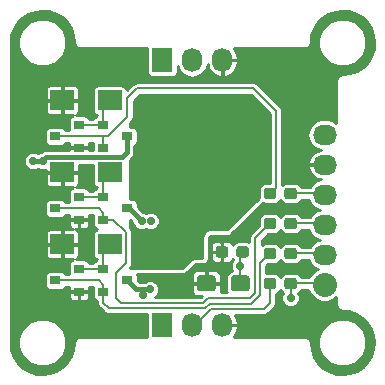
<source format=gbr>
G04 #@! TF.GenerationSoftware,KiCad,Pcbnew,(5.0.0)*
G04 #@! TF.CreationDate,2018-11-19T11:24:39+03:00*
G04 #@! TF.ProjectId,NeoP_1x3,4E656F505F3178332E6B696361645F70,rev?*
G04 #@! TF.SameCoordinates,Original*
G04 #@! TF.FileFunction,Copper,L2,Bot,Signal*
G04 #@! TF.FilePolarity,Positive*
%FSLAX46Y46*%
G04 Gerber Fmt 4.6, Leading zero omitted, Abs format (unit mm)*
G04 Created by KiCad (PCBNEW (5.0.0)) date 11/19/18 11:24:39*
%MOMM*%
%LPD*%
G01*
G04 APERTURE LIST*
G04 #@! TA.AperFunction,ComponentPad*
%ADD10O,2.032000X1.727200*%
G04 #@! TD*
G04 #@! TA.AperFunction,ComponentPad*
%ADD11C,2.032000*%
G04 #@! TD*
G04 #@! TA.AperFunction,SMDPad,CuDef*
%ADD12R,2.000000X1.700000*%
G04 #@! TD*
G04 #@! TA.AperFunction,ComponentPad*
%ADD13R,1.727200X2.032000*%
G04 #@! TD*
G04 #@! TA.AperFunction,ComponentPad*
%ADD14O,1.727200X2.032000*%
G04 #@! TD*
G04 #@! TA.AperFunction,Conductor*
%ADD15C,0.100000*%
G04 #@! TD*
G04 #@! TA.AperFunction,SMDPad,CuDef*
%ADD16C,0.950000*%
G04 #@! TD*
G04 #@! TA.AperFunction,SMDPad,CuDef*
%ADD17R,0.900000X0.800000*%
G04 #@! TD*
G04 #@! TA.AperFunction,SMDPad,CuDef*
%ADD18C,1.350000*%
G04 #@! TD*
G04 #@! TA.AperFunction,ViaPad*
%ADD19C,0.700000*%
G04 #@! TD*
G04 #@! TA.AperFunction,Conductor*
%ADD20C,0.500000*%
G04 #@! TD*
G04 #@! TA.AperFunction,Conductor*
%ADD21C,0.200000*%
G04 #@! TD*
G04 #@! TA.AperFunction,Conductor*
%ADD22C,0.400000*%
G04 #@! TD*
G04 #@! TA.AperFunction,Conductor*
%ADD23C,0.254000*%
G04 #@! TD*
G04 APERTURE END LIST*
D10*
G04 #@! TO.P,J1,6*
G04 #@! TO.N,+5V*
X123900000Y-82400000D03*
G04 #@! TO.P,J1,5*
G04 #@! TO.N,GND*
X123900000Y-84940000D03*
G04 #@! TO.P,J1,4*
G04 #@! TO.N,R*
X123900000Y-87480000D03*
G04 #@! TO.P,J1,3*
G04 #@! TO.N,G*
X123900000Y-90020000D03*
G04 #@! TO.P,J1,2*
G04 #@! TO.N,B*
X123900000Y-92560000D03*
D11*
G04 #@! TO.P,J1,1*
G04 #@! TO.N,TC*
X123900000Y-95100000D03*
G04 #@! TD*
D12*
G04 #@! TO.P,R4,1*
G04 #@! TO.N,GND*
X101695500Y-79502000D03*
G04 #@! TO.P,R4,2*
G04 #@! TO.N,Net-(Q1-Pad2)*
X105695500Y-79502000D03*
G04 #@! TD*
G04 #@! TO.P,R5,1*
G04 #@! TO.N,GND*
X101695500Y-85598000D03*
G04 #@! TO.P,R5,2*
G04 #@! TO.N,Net-(Q2-Pad2)*
X105695500Y-85598000D03*
G04 #@! TD*
G04 #@! TO.P,R6,2*
G04 #@! TO.N,Net-(Q3-Pad2)*
X105695500Y-91694000D03*
G04 #@! TO.P,R6,1*
G04 #@! TO.N,GND*
X101695500Y-91694000D03*
G04 #@! TD*
D13*
G04 #@! TO.P,J2,1*
G04 #@! TO.N,N/C*
X110160000Y-76100000D03*
D14*
G04 #@! TO.P,J2,2*
G04 #@! TO.N,+5V*
X112700000Y-76100000D03*
G04 #@! TO.P,J2,3*
G04 #@! TO.N,GND*
X115240000Y-76100000D03*
G04 #@! TD*
G04 #@! TO.P,J3,3*
G04 #@! TO.N,GND*
X115240000Y-98500000D03*
G04 #@! TO.P,J3,2*
G04 #@! TO.N,+5V*
X112700000Y-98500000D03*
D13*
G04 #@! TO.P,J3,1*
G04 #@! TO.N,N/C*
X110160000Y-98500000D03*
G04 #@! TD*
D15*
G04 #@! TO.N,Net-(Q1-Pad1)*
G04 #@! TO.C,R1*
G36*
X119577779Y-86902144D02*
X119600834Y-86905563D01*
X119623443Y-86911227D01*
X119645387Y-86919079D01*
X119666457Y-86929044D01*
X119686448Y-86941026D01*
X119705168Y-86954910D01*
X119722438Y-86970562D01*
X119738090Y-86987832D01*
X119751974Y-87006552D01*
X119763956Y-87026543D01*
X119773921Y-87047613D01*
X119781773Y-87069557D01*
X119787437Y-87092166D01*
X119790856Y-87115221D01*
X119792000Y-87138500D01*
X119792000Y-87613500D01*
X119790856Y-87636779D01*
X119787437Y-87659834D01*
X119781773Y-87682443D01*
X119773921Y-87704387D01*
X119763956Y-87725457D01*
X119751974Y-87745448D01*
X119738090Y-87764168D01*
X119722438Y-87781438D01*
X119705168Y-87797090D01*
X119686448Y-87810974D01*
X119666457Y-87822956D01*
X119645387Y-87832921D01*
X119623443Y-87840773D01*
X119600834Y-87846437D01*
X119577779Y-87849856D01*
X119554500Y-87851000D01*
X118979500Y-87851000D01*
X118956221Y-87849856D01*
X118933166Y-87846437D01*
X118910557Y-87840773D01*
X118888613Y-87832921D01*
X118867543Y-87822956D01*
X118847552Y-87810974D01*
X118828832Y-87797090D01*
X118811562Y-87781438D01*
X118795910Y-87764168D01*
X118782026Y-87745448D01*
X118770044Y-87725457D01*
X118760079Y-87704387D01*
X118752227Y-87682443D01*
X118746563Y-87659834D01*
X118743144Y-87636779D01*
X118742000Y-87613500D01*
X118742000Y-87138500D01*
X118743144Y-87115221D01*
X118746563Y-87092166D01*
X118752227Y-87069557D01*
X118760079Y-87047613D01*
X118770044Y-87026543D01*
X118782026Y-87006552D01*
X118795910Y-86987832D01*
X118811562Y-86970562D01*
X118828832Y-86954910D01*
X118847552Y-86941026D01*
X118867543Y-86929044D01*
X118888613Y-86919079D01*
X118910557Y-86911227D01*
X118933166Y-86905563D01*
X118956221Y-86902144D01*
X118979500Y-86901000D01*
X119554500Y-86901000D01*
X119577779Y-86902144D01*
X119577779Y-86902144D01*
G37*
D16*
G04 #@! TD*
G04 #@! TO.P,R1,1*
G04 #@! TO.N,Net-(Q1-Pad1)*
X119267000Y-87376000D03*
D15*
G04 #@! TO.N,R*
G04 #@! TO.C,R1*
G36*
X121327779Y-86902144D02*
X121350834Y-86905563D01*
X121373443Y-86911227D01*
X121395387Y-86919079D01*
X121416457Y-86929044D01*
X121436448Y-86941026D01*
X121455168Y-86954910D01*
X121472438Y-86970562D01*
X121488090Y-86987832D01*
X121501974Y-87006552D01*
X121513956Y-87026543D01*
X121523921Y-87047613D01*
X121531773Y-87069557D01*
X121537437Y-87092166D01*
X121540856Y-87115221D01*
X121542000Y-87138500D01*
X121542000Y-87613500D01*
X121540856Y-87636779D01*
X121537437Y-87659834D01*
X121531773Y-87682443D01*
X121523921Y-87704387D01*
X121513956Y-87725457D01*
X121501974Y-87745448D01*
X121488090Y-87764168D01*
X121472438Y-87781438D01*
X121455168Y-87797090D01*
X121436448Y-87810974D01*
X121416457Y-87822956D01*
X121395387Y-87832921D01*
X121373443Y-87840773D01*
X121350834Y-87846437D01*
X121327779Y-87849856D01*
X121304500Y-87851000D01*
X120729500Y-87851000D01*
X120706221Y-87849856D01*
X120683166Y-87846437D01*
X120660557Y-87840773D01*
X120638613Y-87832921D01*
X120617543Y-87822956D01*
X120597552Y-87810974D01*
X120578832Y-87797090D01*
X120561562Y-87781438D01*
X120545910Y-87764168D01*
X120532026Y-87745448D01*
X120520044Y-87725457D01*
X120510079Y-87704387D01*
X120502227Y-87682443D01*
X120496563Y-87659834D01*
X120493144Y-87636779D01*
X120492000Y-87613500D01*
X120492000Y-87138500D01*
X120493144Y-87115221D01*
X120496563Y-87092166D01*
X120502227Y-87069557D01*
X120510079Y-87047613D01*
X120520044Y-87026543D01*
X120532026Y-87006552D01*
X120545910Y-86987832D01*
X120561562Y-86970562D01*
X120578832Y-86954910D01*
X120597552Y-86941026D01*
X120617543Y-86929044D01*
X120638613Y-86919079D01*
X120660557Y-86911227D01*
X120683166Y-86905563D01*
X120706221Y-86902144D01*
X120729500Y-86901000D01*
X121304500Y-86901000D01*
X121327779Y-86902144D01*
X121327779Y-86902144D01*
G37*
D16*
G04 #@! TD*
G04 #@! TO.P,R1,2*
G04 #@! TO.N,R*
X121017000Y-87376000D03*
D15*
G04 #@! TO.N,Net-(Q2-Pad1)*
G04 #@! TO.C,R2*
G36*
X119577779Y-89442144D02*
X119600834Y-89445563D01*
X119623443Y-89451227D01*
X119645387Y-89459079D01*
X119666457Y-89469044D01*
X119686448Y-89481026D01*
X119705168Y-89494910D01*
X119722438Y-89510562D01*
X119738090Y-89527832D01*
X119751974Y-89546552D01*
X119763956Y-89566543D01*
X119773921Y-89587613D01*
X119781773Y-89609557D01*
X119787437Y-89632166D01*
X119790856Y-89655221D01*
X119792000Y-89678500D01*
X119792000Y-90153500D01*
X119790856Y-90176779D01*
X119787437Y-90199834D01*
X119781773Y-90222443D01*
X119773921Y-90244387D01*
X119763956Y-90265457D01*
X119751974Y-90285448D01*
X119738090Y-90304168D01*
X119722438Y-90321438D01*
X119705168Y-90337090D01*
X119686448Y-90350974D01*
X119666457Y-90362956D01*
X119645387Y-90372921D01*
X119623443Y-90380773D01*
X119600834Y-90386437D01*
X119577779Y-90389856D01*
X119554500Y-90391000D01*
X118979500Y-90391000D01*
X118956221Y-90389856D01*
X118933166Y-90386437D01*
X118910557Y-90380773D01*
X118888613Y-90372921D01*
X118867543Y-90362956D01*
X118847552Y-90350974D01*
X118828832Y-90337090D01*
X118811562Y-90321438D01*
X118795910Y-90304168D01*
X118782026Y-90285448D01*
X118770044Y-90265457D01*
X118760079Y-90244387D01*
X118752227Y-90222443D01*
X118746563Y-90199834D01*
X118743144Y-90176779D01*
X118742000Y-90153500D01*
X118742000Y-89678500D01*
X118743144Y-89655221D01*
X118746563Y-89632166D01*
X118752227Y-89609557D01*
X118760079Y-89587613D01*
X118770044Y-89566543D01*
X118782026Y-89546552D01*
X118795910Y-89527832D01*
X118811562Y-89510562D01*
X118828832Y-89494910D01*
X118847552Y-89481026D01*
X118867543Y-89469044D01*
X118888613Y-89459079D01*
X118910557Y-89451227D01*
X118933166Y-89445563D01*
X118956221Y-89442144D01*
X118979500Y-89441000D01*
X119554500Y-89441000D01*
X119577779Y-89442144D01*
X119577779Y-89442144D01*
G37*
D16*
G04 #@! TD*
G04 #@! TO.P,R2,1*
G04 #@! TO.N,Net-(Q2-Pad1)*
X119267000Y-89916000D03*
D15*
G04 #@! TO.N,G*
G04 #@! TO.C,R2*
G36*
X121327779Y-89442144D02*
X121350834Y-89445563D01*
X121373443Y-89451227D01*
X121395387Y-89459079D01*
X121416457Y-89469044D01*
X121436448Y-89481026D01*
X121455168Y-89494910D01*
X121472438Y-89510562D01*
X121488090Y-89527832D01*
X121501974Y-89546552D01*
X121513956Y-89566543D01*
X121523921Y-89587613D01*
X121531773Y-89609557D01*
X121537437Y-89632166D01*
X121540856Y-89655221D01*
X121542000Y-89678500D01*
X121542000Y-90153500D01*
X121540856Y-90176779D01*
X121537437Y-90199834D01*
X121531773Y-90222443D01*
X121523921Y-90244387D01*
X121513956Y-90265457D01*
X121501974Y-90285448D01*
X121488090Y-90304168D01*
X121472438Y-90321438D01*
X121455168Y-90337090D01*
X121436448Y-90350974D01*
X121416457Y-90362956D01*
X121395387Y-90372921D01*
X121373443Y-90380773D01*
X121350834Y-90386437D01*
X121327779Y-90389856D01*
X121304500Y-90391000D01*
X120729500Y-90391000D01*
X120706221Y-90389856D01*
X120683166Y-90386437D01*
X120660557Y-90380773D01*
X120638613Y-90372921D01*
X120617543Y-90362956D01*
X120597552Y-90350974D01*
X120578832Y-90337090D01*
X120561562Y-90321438D01*
X120545910Y-90304168D01*
X120532026Y-90285448D01*
X120520044Y-90265457D01*
X120510079Y-90244387D01*
X120502227Y-90222443D01*
X120496563Y-90199834D01*
X120493144Y-90176779D01*
X120492000Y-90153500D01*
X120492000Y-89678500D01*
X120493144Y-89655221D01*
X120496563Y-89632166D01*
X120502227Y-89609557D01*
X120510079Y-89587613D01*
X120520044Y-89566543D01*
X120532026Y-89546552D01*
X120545910Y-89527832D01*
X120561562Y-89510562D01*
X120578832Y-89494910D01*
X120597552Y-89481026D01*
X120617543Y-89469044D01*
X120638613Y-89459079D01*
X120660557Y-89451227D01*
X120683166Y-89445563D01*
X120706221Y-89442144D01*
X120729500Y-89441000D01*
X121304500Y-89441000D01*
X121327779Y-89442144D01*
X121327779Y-89442144D01*
G37*
D16*
G04 #@! TD*
G04 #@! TO.P,R2,2*
G04 #@! TO.N,G*
X121017000Y-89916000D03*
D15*
G04 #@! TO.N,B*
G04 #@! TO.C,R3*
G36*
X121327779Y-91982144D02*
X121350834Y-91985563D01*
X121373443Y-91991227D01*
X121395387Y-91999079D01*
X121416457Y-92009044D01*
X121436448Y-92021026D01*
X121455168Y-92034910D01*
X121472438Y-92050562D01*
X121488090Y-92067832D01*
X121501974Y-92086552D01*
X121513956Y-92106543D01*
X121523921Y-92127613D01*
X121531773Y-92149557D01*
X121537437Y-92172166D01*
X121540856Y-92195221D01*
X121542000Y-92218500D01*
X121542000Y-92693500D01*
X121540856Y-92716779D01*
X121537437Y-92739834D01*
X121531773Y-92762443D01*
X121523921Y-92784387D01*
X121513956Y-92805457D01*
X121501974Y-92825448D01*
X121488090Y-92844168D01*
X121472438Y-92861438D01*
X121455168Y-92877090D01*
X121436448Y-92890974D01*
X121416457Y-92902956D01*
X121395387Y-92912921D01*
X121373443Y-92920773D01*
X121350834Y-92926437D01*
X121327779Y-92929856D01*
X121304500Y-92931000D01*
X120729500Y-92931000D01*
X120706221Y-92929856D01*
X120683166Y-92926437D01*
X120660557Y-92920773D01*
X120638613Y-92912921D01*
X120617543Y-92902956D01*
X120597552Y-92890974D01*
X120578832Y-92877090D01*
X120561562Y-92861438D01*
X120545910Y-92844168D01*
X120532026Y-92825448D01*
X120520044Y-92805457D01*
X120510079Y-92784387D01*
X120502227Y-92762443D01*
X120496563Y-92739834D01*
X120493144Y-92716779D01*
X120492000Y-92693500D01*
X120492000Y-92218500D01*
X120493144Y-92195221D01*
X120496563Y-92172166D01*
X120502227Y-92149557D01*
X120510079Y-92127613D01*
X120520044Y-92106543D01*
X120532026Y-92086552D01*
X120545910Y-92067832D01*
X120561562Y-92050562D01*
X120578832Y-92034910D01*
X120597552Y-92021026D01*
X120617543Y-92009044D01*
X120638613Y-91999079D01*
X120660557Y-91991227D01*
X120683166Y-91985563D01*
X120706221Y-91982144D01*
X120729500Y-91981000D01*
X121304500Y-91981000D01*
X121327779Y-91982144D01*
X121327779Y-91982144D01*
G37*
D16*
G04 #@! TD*
G04 #@! TO.P,R3,2*
G04 #@! TO.N,B*
X121017000Y-92456000D03*
D15*
G04 #@! TO.N,Net-(Q3-Pad1)*
G04 #@! TO.C,R3*
G36*
X119577779Y-91982144D02*
X119600834Y-91985563D01*
X119623443Y-91991227D01*
X119645387Y-91999079D01*
X119666457Y-92009044D01*
X119686448Y-92021026D01*
X119705168Y-92034910D01*
X119722438Y-92050562D01*
X119738090Y-92067832D01*
X119751974Y-92086552D01*
X119763956Y-92106543D01*
X119773921Y-92127613D01*
X119781773Y-92149557D01*
X119787437Y-92172166D01*
X119790856Y-92195221D01*
X119792000Y-92218500D01*
X119792000Y-92693500D01*
X119790856Y-92716779D01*
X119787437Y-92739834D01*
X119781773Y-92762443D01*
X119773921Y-92784387D01*
X119763956Y-92805457D01*
X119751974Y-92825448D01*
X119738090Y-92844168D01*
X119722438Y-92861438D01*
X119705168Y-92877090D01*
X119686448Y-92890974D01*
X119666457Y-92902956D01*
X119645387Y-92912921D01*
X119623443Y-92920773D01*
X119600834Y-92926437D01*
X119577779Y-92929856D01*
X119554500Y-92931000D01*
X118979500Y-92931000D01*
X118956221Y-92929856D01*
X118933166Y-92926437D01*
X118910557Y-92920773D01*
X118888613Y-92912921D01*
X118867543Y-92902956D01*
X118847552Y-92890974D01*
X118828832Y-92877090D01*
X118811562Y-92861438D01*
X118795910Y-92844168D01*
X118782026Y-92825448D01*
X118770044Y-92805457D01*
X118760079Y-92784387D01*
X118752227Y-92762443D01*
X118746563Y-92739834D01*
X118743144Y-92716779D01*
X118742000Y-92693500D01*
X118742000Y-92218500D01*
X118743144Y-92195221D01*
X118746563Y-92172166D01*
X118752227Y-92149557D01*
X118760079Y-92127613D01*
X118770044Y-92106543D01*
X118782026Y-92086552D01*
X118795910Y-92067832D01*
X118811562Y-92050562D01*
X118828832Y-92034910D01*
X118847552Y-92021026D01*
X118867543Y-92009044D01*
X118888613Y-91999079D01*
X118910557Y-91991227D01*
X118933166Y-91985563D01*
X118956221Y-91982144D01*
X118979500Y-91981000D01*
X119554500Y-91981000D01*
X119577779Y-91982144D01*
X119577779Y-91982144D01*
G37*
D16*
G04 #@! TD*
G04 #@! TO.P,R3,1*
G04 #@! TO.N,Net-(Q3-Pad1)*
X119267000Y-92456000D03*
D15*
G04 #@! TO.N,+5V*
G04 #@! TO.C,R7*
G36*
X119577779Y-94522144D02*
X119600834Y-94525563D01*
X119623443Y-94531227D01*
X119645387Y-94539079D01*
X119666457Y-94549044D01*
X119686448Y-94561026D01*
X119705168Y-94574910D01*
X119722438Y-94590562D01*
X119738090Y-94607832D01*
X119751974Y-94626552D01*
X119763956Y-94646543D01*
X119773921Y-94667613D01*
X119781773Y-94689557D01*
X119787437Y-94712166D01*
X119790856Y-94735221D01*
X119792000Y-94758500D01*
X119792000Y-95233500D01*
X119790856Y-95256779D01*
X119787437Y-95279834D01*
X119781773Y-95302443D01*
X119773921Y-95324387D01*
X119763956Y-95345457D01*
X119751974Y-95365448D01*
X119738090Y-95384168D01*
X119722438Y-95401438D01*
X119705168Y-95417090D01*
X119686448Y-95430974D01*
X119666457Y-95442956D01*
X119645387Y-95452921D01*
X119623443Y-95460773D01*
X119600834Y-95466437D01*
X119577779Y-95469856D01*
X119554500Y-95471000D01*
X118979500Y-95471000D01*
X118956221Y-95469856D01*
X118933166Y-95466437D01*
X118910557Y-95460773D01*
X118888613Y-95452921D01*
X118867543Y-95442956D01*
X118847552Y-95430974D01*
X118828832Y-95417090D01*
X118811562Y-95401438D01*
X118795910Y-95384168D01*
X118782026Y-95365448D01*
X118770044Y-95345457D01*
X118760079Y-95324387D01*
X118752227Y-95302443D01*
X118746563Y-95279834D01*
X118743144Y-95256779D01*
X118742000Y-95233500D01*
X118742000Y-94758500D01*
X118743144Y-94735221D01*
X118746563Y-94712166D01*
X118752227Y-94689557D01*
X118760079Y-94667613D01*
X118770044Y-94646543D01*
X118782026Y-94626552D01*
X118795910Y-94607832D01*
X118811562Y-94590562D01*
X118828832Y-94574910D01*
X118847552Y-94561026D01*
X118867543Y-94549044D01*
X118888613Y-94539079D01*
X118910557Y-94531227D01*
X118933166Y-94525563D01*
X118956221Y-94522144D01*
X118979500Y-94521000D01*
X119554500Y-94521000D01*
X119577779Y-94522144D01*
X119577779Y-94522144D01*
G37*
D16*
G04 #@! TD*
G04 #@! TO.P,R7,2*
G04 #@! TO.N,+5V*
X119267000Y-94996000D03*
D15*
G04 #@! TO.N,TC*
G04 #@! TO.C,R7*
G36*
X121327779Y-94522144D02*
X121350834Y-94525563D01*
X121373443Y-94531227D01*
X121395387Y-94539079D01*
X121416457Y-94549044D01*
X121436448Y-94561026D01*
X121455168Y-94574910D01*
X121472438Y-94590562D01*
X121488090Y-94607832D01*
X121501974Y-94626552D01*
X121513956Y-94646543D01*
X121523921Y-94667613D01*
X121531773Y-94689557D01*
X121537437Y-94712166D01*
X121540856Y-94735221D01*
X121542000Y-94758500D01*
X121542000Y-95233500D01*
X121540856Y-95256779D01*
X121537437Y-95279834D01*
X121531773Y-95302443D01*
X121523921Y-95324387D01*
X121513956Y-95345457D01*
X121501974Y-95365448D01*
X121488090Y-95384168D01*
X121472438Y-95401438D01*
X121455168Y-95417090D01*
X121436448Y-95430974D01*
X121416457Y-95442956D01*
X121395387Y-95452921D01*
X121373443Y-95460773D01*
X121350834Y-95466437D01*
X121327779Y-95469856D01*
X121304500Y-95471000D01*
X120729500Y-95471000D01*
X120706221Y-95469856D01*
X120683166Y-95466437D01*
X120660557Y-95460773D01*
X120638613Y-95452921D01*
X120617543Y-95442956D01*
X120597552Y-95430974D01*
X120578832Y-95417090D01*
X120561562Y-95401438D01*
X120545910Y-95384168D01*
X120532026Y-95365448D01*
X120520044Y-95345457D01*
X120510079Y-95324387D01*
X120502227Y-95302443D01*
X120496563Y-95279834D01*
X120493144Y-95256779D01*
X120492000Y-95233500D01*
X120492000Y-94758500D01*
X120493144Y-94735221D01*
X120496563Y-94712166D01*
X120502227Y-94689557D01*
X120510079Y-94667613D01*
X120520044Y-94646543D01*
X120532026Y-94626552D01*
X120545910Y-94607832D01*
X120561562Y-94590562D01*
X120578832Y-94574910D01*
X120597552Y-94561026D01*
X120617543Y-94549044D01*
X120638613Y-94539079D01*
X120660557Y-94531227D01*
X120683166Y-94525563D01*
X120706221Y-94522144D01*
X120729500Y-94521000D01*
X121304500Y-94521000D01*
X121327779Y-94522144D01*
X121327779Y-94522144D01*
G37*
D16*
G04 #@! TD*
G04 #@! TO.P,R7,1*
G04 #@! TO.N,TC*
X121017000Y-94996000D03*
D15*
G04 #@! TO.N,TC*
G04 #@! TO.C,TH1*
G36*
X117263779Y-91855144D02*
X117286834Y-91858563D01*
X117309443Y-91864227D01*
X117331387Y-91872079D01*
X117352457Y-91882044D01*
X117372448Y-91894026D01*
X117391168Y-91907910D01*
X117408438Y-91923562D01*
X117424090Y-91940832D01*
X117437974Y-91959552D01*
X117449956Y-91979543D01*
X117459921Y-92000613D01*
X117467773Y-92022557D01*
X117473437Y-92045166D01*
X117476856Y-92068221D01*
X117478000Y-92091500D01*
X117478000Y-92566500D01*
X117476856Y-92589779D01*
X117473437Y-92612834D01*
X117467773Y-92635443D01*
X117459921Y-92657387D01*
X117449956Y-92678457D01*
X117437974Y-92698448D01*
X117424090Y-92717168D01*
X117408438Y-92734438D01*
X117391168Y-92750090D01*
X117372448Y-92763974D01*
X117352457Y-92775956D01*
X117331387Y-92785921D01*
X117309443Y-92793773D01*
X117286834Y-92799437D01*
X117263779Y-92802856D01*
X117240500Y-92804000D01*
X116665500Y-92804000D01*
X116642221Y-92802856D01*
X116619166Y-92799437D01*
X116596557Y-92793773D01*
X116574613Y-92785921D01*
X116553543Y-92775956D01*
X116533552Y-92763974D01*
X116514832Y-92750090D01*
X116497562Y-92734438D01*
X116481910Y-92717168D01*
X116468026Y-92698448D01*
X116456044Y-92678457D01*
X116446079Y-92657387D01*
X116438227Y-92635443D01*
X116432563Y-92612834D01*
X116429144Y-92589779D01*
X116428000Y-92566500D01*
X116428000Y-92091500D01*
X116429144Y-92068221D01*
X116432563Y-92045166D01*
X116438227Y-92022557D01*
X116446079Y-92000613D01*
X116456044Y-91979543D01*
X116468026Y-91959552D01*
X116481910Y-91940832D01*
X116497562Y-91923562D01*
X116514832Y-91907910D01*
X116533552Y-91894026D01*
X116553543Y-91882044D01*
X116574613Y-91872079D01*
X116596557Y-91864227D01*
X116619166Y-91858563D01*
X116642221Y-91855144D01*
X116665500Y-91854000D01*
X117240500Y-91854000D01*
X117263779Y-91855144D01*
X117263779Y-91855144D01*
G37*
D16*
G04 #@! TD*
G04 #@! TO.P,TH1,1*
G04 #@! TO.N,TC*
X116953000Y-92329000D03*
D15*
G04 #@! TO.N,GND*
G04 #@! TO.C,TH1*
G36*
X115513779Y-91855144D02*
X115536834Y-91858563D01*
X115559443Y-91864227D01*
X115581387Y-91872079D01*
X115602457Y-91882044D01*
X115622448Y-91894026D01*
X115641168Y-91907910D01*
X115658438Y-91923562D01*
X115674090Y-91940832D01*
X115687974Y-91959552D01*
X115699956Y-91979543D01*
X115709921Y-92000613D01*
X115717773Y-92022557D01*
X115723437Y-92045166D01*
X115726856Y-92068221D01*
X115728000Y-92091500D01*
X115728000Y-92566500D01*
X115726856Y-92589779D01*
X115723437Y-92612834D01*
X115717773Y-92635443D01*
X115709921Y-92657387D01*
X115699956Y-92678457D01*
X115687974Y-92698448D01*
X115674090Y-92717168D01*
X115658438Y-92734438D01*
X115641168Y-92750090D01*
X115622448Y-92763974D01*
X115602457Y-92775956D01*
X115581387Y-92785921D01*
X115559443Y-92793773D01*
X115536834Y-92799437D01*
X115513779Y-92802856D01*
X115490500Y-92804000D01*
X114915500Y-92804000D01*
X114892221Y-92802856D01*
X114869166Y-92799437D01*
X114846557Y-92793773D01*
X114824613Y-92785921D01*
X114803543Y-92775956D01*
X114783552Y-92763974D01*
X114764832Y-92750090D01*
X114747562Y-92734438D01*
X114731910Y-92717168D01*
X114718026Y-92698448D01*
X114706044Y-92678457D01*
X114696079Y-92657387D01*
X114688227Y-92635443D01*
X114682563Y-92612834D01*
X114679144Y-92589779D01*
X114678000Y-92566500D01*
X114678000Y-92091500D01*
X114679144Y-92068221D01*
X114682563Y-92045166D01*
X114688227Y-92022557D01*
X114696079Y-92000613D01*
X114706044Y-91979543D01*
X114718026Y-91959552D01*
X114731910Y-91940832D01*
X114747562Y-91923562D01*
X114764832Y-91907910D01*
X114783552Y-91894026D01*
X114803543Y-91882044D01*
X114824613Y-91872079D01*
X114846557Y-91864227D01*
X114869166Y-91858563D01*
X114892221Y-91855144D01*
X114915500Y-91854000D01*
X115490500Y-91854000D01*
X115513779Y-91855144D01*
X115513779Y-91855144D01*
G37*
D16*
G04 #@! TD*
G04 #@! TO.P,TH1,2*
G04 #@! TO.N,GND*
X115203000Y-92329000D03*
D17*
G04 #@! TO.P,Q1,1*
G04 #@! TO.N,Net-(Q1-Pad1)*
X105172000Y-83500000D03*
G04 #@! TO.P,Q1,2*
G04 #@! TO.N,Net-(Q1-Pad2)*
X105172000Y-81600000D03*
G04 #@! TO.P,Q1,3*
G04 #@! TO.N,Net-(D1-Pad1)*
X107172000Y-82550000D03*
G04 #@! TD*
G04 #@! TO.P,Q2,1*
G04 #@! TO.N,Net-(Q2-Pad1)*
X105172000Y-89596000D03*
G04 #@! TO.P,Q2,2*
G04 #@! TO.N,Net-(Q2-Pad2)*
X105172000Y-87696000D03*
G04 #@! TO.P,Q2,3*
G04 #@! TO.N,Net-(D2-Pad1)*
X107172000Y-88646000D03*
G04 #@! TD*
G04 #@! TO.P,Q3,3*
G04 #@! TO.N,Net-(D3-Pad1)*
X107172000Y-94742000D03*
G04 #@! TO.P,Q3,2*
G04 #@! TO.N,Net-(Q3-Pad2)*
X105172000Y-93792000D03*
G04 #@! TO.P,Q3,1*
G04 #@! TO.N,Net-(Q3-Pad1)*
X105172000Y-95692000D03*
G04 #@! TD*
G04 #@! TO.P,Q4,1*
G04 #@! TO.N,Net-(Q1-Pad2)*
X103108000Y-81600000D03*
G04 #@! TO.P,Q4,2*
G04 #@! TO.N,GND*
X103108000Y-83500000D03*
G04 #@! TO.P,Q4,3*
G04 #@! TO.N,Net-(Q1-Pad1)*
X101108000Y-82550000D03*
G04 #@! TD*
G04 #@! TO.P,Q5,3*
G04 #@! TO.N,Net-(Q2-Pad1)*
X101108000Y-88646000D03*
G04 #@! TO.P,Q5,2*
G04 #@! TO.N,GND*
X103108000Y-89596000D03*
G04 #@! TO.P,Q5,1*
G04 #@! TO.N,Net-(Q2-Pad2)*
X103108000Y-87696000D03*
G04 #@! TD*
G04 #@! TO.P,Q6,3*
G04 #@! TO.N,Net-(Q3-Pad1)*
X101108000Y-94742000D03*
G04 #@! TO.P,Q6,2*
G04 #@! TO.N,GND*
X103108000Y-95692000D03*
G04 #@! TO.P,Q6,1*
G04 #@! TO.N,Net-(Q3-Pad2)*
X103108000Y-93792000D03*
G04 #@! TD*
D15*
G04 #@! TO.N,TC*
G04 #@! TO.C,C1*
G36*
X117315505Y-94322204D02*
X117339773Y-94325804D01*
X117363572Y-94331765D01*
X117386671Y-94340030D01*
X117408850Y-94350520D01*
X117429893Y-94363132D01*
X117449599Y-94377747D01*
X117467777Y-94394223D01*
X117484253Y-94412401D01*
X117498868Y-94432107D01*
X117511480Y-94453150D01*
X117521970Y-94475329D01*
X117530235Y-94498428D01*
X117536196Y-94522227D01*
X117539796Y-94546495D01*
X117541000Y-94570999D01*
X117541000Y-95421001D01*
X117539796Y-95445505D01*
X117536196Y-95469773D01*
X117530235Y-95493572D01*
X117521970Y-95516671D01*
X117511480Y-95538850D01*
X117498868Y-95559893D01*
X117484253Y-95579599D01*
X117467777Y-95597777D01*
X117449599Y-95614253D01*
X117429893Y-95628868D01*
X117408850Y-95641480D01*
X117386671Y-95651970D01*
X117363572Y-95660235D01*
X117339773Y-95666196D01*
X117315505Y-95669796D01*
X117291001Y-95671000D01*
X116215999Y-95671000D01*
X116191495Y-95669796D01*
X116167227Y-95666196D01*
X116143428Y-95660235D01*
X116120329Y-95651970D01*
X116098150Y-95641480D01*
X116077107Y-95628868D01*
X116057401Y-95614253D01*
X116039223Y-95597777D01*
X116022747Y-95579599D01*
X116008132Y-95559893D01*
X115995520Y-95538850D01*
X115985030Y-95516671D01*
X115976765Y-95493572D01*
X115970804Y-95469773D01*
X115967204Y-95445505D01*
X115966000Y-95421001D01*
X115966000Y-94570999D01*
X115967204Y-94546495D01*
X115970804Y-94522227D01*
X115976765Y-94498428D01*
X115985030Y-94475329D01*
X115995520Y-94453150D01*
X116008132Y-94432107D01*
X116022747Y-94412401D01*
X116039223Y-94394223D01*
X116057401Y-94377747D01*
X116077107Y-94363132D01*
X116098150Y-94350520D01*
X116120329Y-94340030D01*
X116143428Y-94331765D01*
X116167227Y-94325804D01*
X116191495Y-94322204D01*
X116215999Y-94321000D01*
X117291001Y-94321000D01*
X117315505Y-94322204D01*
X117315505Y-94322204D01*
G37*
D18*
G04 #@! TD*
G04 #@! TO.P,C1,1*
G04 #@! TO.N,TC*
X116753500Y-94996000D03*
D15*
G04 #@! TO.N,GND*
G04 #@! TO.C,C1*
G36*
X114440505Y-94322204D02*
X114464773Y-94325804D01*
X114488572Y-94331765D01*
X114511671Y-94340030D01*
X114533850Y-94350520D01*
X114554893Y-94363132D01*
X114574599Y-94377747D01*
X114592777Y-94394223D01*
X114609253Y-94412401D01*
X114623868Y-94432107D01*
X114636480Y-94453150D01*
X114646970Y-94475329D01*
X114655235Y-94498428D01*
X114661196Y-94522227D01*
X114664796Y-94546495D01*
X114666000Y-94570999D01*
X114666000Y-95421001D01*
X114664796Y-95445505D01*
X114661196Y-95469773D01*
X114655235Y-95493572D01*
X114646970Y-95516671D01*
X114636480Y-95538850D01*
X114623868Y-95559893D01*
X114609253Y-95579599D01*
X114592777Y-95597777D01*
X114574599Y-95614253D01*
X114554893Y-95628868D01*
X114533850Y-95641480D01*
X114511671Y-95651970D01*
X114488572Y-95660235D01*
X114464773Y-95666196D01*
X114440505Y-95669796D01*
X114416001Y-95671000D01*
X113340999Y-95671000D01*
X113316495Y-95669796D01*
X113292227Y-95666196D01*
X113268428Y-95660235D01*
X113245329Y-95651970D01*
X113223150Y-95641480D01*
X113202107Y-95628868D01*
X113182401Y-95614253D01*
X113164223Y-95597777D01*
X113147747Y-95579599D01*
X113133132Y-95559893D01*
X113120520Y-95538850D01*
X113110030Y-95516671D01*
X113101765Y-95493572D01*
X113095804Y-95469773D01*
X113092204Y-95445505D01*
X113091000Y-95421001D01*
X113091000Y-94570999D01*
X113092204Y-94546495D01*
X113095804Y-94522227D01*
X113101765Y-94498428D01*
X113110030Y-94475329D01*
X113120520Y-94453150D01*
X113133132Y-94432107D01*
X113147747Y-94412401D01*
X113164223Y-94394223D01*
X113182401Y-94377747D01*
X113202107Y-94363132D01*
X113223150Y-94350520D01*
X113245329Y-94340030D01*
X113268428Y-94331765D01*
X113292227Y-94325804D01*
X113316495Y-94322204D01*
X113340999Y-94321000D01*
X114416001Y-94321000D01*
X114440505Y-94322204D01*
X114440505Y-94322204D01*
G37*
D18*
G04 #@! TD*
G04 #@! TO.P,C1,2*
G04 #@! TO.N,GND*
X113878500Y-94996000D03*
D19*
G04 #@! TO.N,GND*
X104000000Y-99000000D03*
X107000000Y-99000000D03*
X108000000Y-76000000D03*
X104000000Y-76000000D03*
X106000000Y-76000000D03*
X118000000Y-99000000D03*
X121000000Y-99000000D03*
X122500000Y-88500000D03*
X122500000Y-86000000D03*
X101000000Y-87500000D03*
X101000000Y-90000000D03*
X122237500Y-93726000D03*
X122174000Y-91186000D03*
X113919000Y-77533500D03*
X111633000Y-77533500D03*
X118000000Y-76000000D03*
X124000000Y-79000000D03*
X118000000Y-97980500D03*
X110490000Y-95758000D03*
X120777000Y-76073000D03*
X98000000Y-78000000D03*
X98000000Y-80000000D03*
X98000000Y-86000000D03*
X98000000Y-88000000D03*
X98000000Y-90000000D03*
X98000000Y-92000000D03*
X100000000Y-78000000D03*
G04 #@! TO.N,+5V*
X108000000Y-81000000D03*
X114571428Y-82000000D03*
X113428571Y-82000000D03*
X111142857Y-82000000D03*
X112285714Y-82000000D03*
X110000000Y-82000000D03*
X116857142Y-82000000D03*
X115714285Y-82000000D03*
X118000000Y-82000000D03*
X111000000Y-89916000D03*
X115000000Y-89916000D03*
X109000000Y-82867500D03*
X109000000Y-84000000D03*
X109000000Y-85000000D03*
X109093000Y-93345000D03*
X109093000Y-91567000D03*
X109093000Y-92456000D03*
X113666666Y-89916000D03*
X112333333Y-89916000D03*
G04 #@! TO.N,Net-(D1-Pad1)*
X99183000Y-84641500D03*
X100012500Y-84641500D03*
G04 #@! TO.N,TC*
X116753500Y-93535500D03*
X121017000Y-96252000D03*
G04 #@! TO.N,Net-(D2-Pad1)*
X109156500Y-89725500D03*
X108394500Y-89725500D03*
G04 #@! TO.N,Net-(D3-Pad1)*
X109093000Y-95504000D03*
X108521500Y-96012000D03*
G04 #@! TD*
D20*
G04 #@! TO.N,+5V*
X112700000Y-98500000D02*
X112700000Y-98347600D01*
D21*
X112700000Y-98500000D02*
X112955000Y-98500000D01*
X112955000Y-98500000D02*
X114300000Y-97155000D01*
X114300000Y-97155000D02*
X118745000Y-97155000D01*
X119267000Y-96633000D02*
X119267000Y-94996000D01*
X118745000Y-97155000D02*
X119267000Y-96633000D01*
D22*
G04 #@! TO.N,Net-(D1-Pad1)*
X99183000Y-84641500D02*
X100012500Y-84641500D01*
X100016500Y-84641500D02*
X100330000Y-84328000D01*
X100330000Y-84328000D02*
X106743500Y-84328000D01*
X107172000Y-83899500D02*
X107172000Y-82550000D01*
X106743500Y-84328000D02*
X107172000Y-83899500D01*
X100012500Y-84641500D02*
X100016500Y-84641500D01*
D21*
G04 #@! TO.N,R*
X123796000Y-87376000D02*
X123900000Y-87480000D01*
X121017000Y-87376000D02*
X123796000Y-87376000D01*
G04 #@! TO.N,G*
X123796000Y-89916000D02*
X123900000Y-90020000D01*
X121017000Y-89916000D02*
X123796000Y-89916000D01*
G04 #@! TO.N,B*
X123796000Y-92456000D02*
X123900000Y-92560000D01*
X121017000Y-92456000D02*
X123796000Y-92456000D01*
G04 #@! TO.N,TC*
X123796000Y-94996000D02*
X123900000Y-95100000D01*
X121017000Y-94996000D02*
X123796000Y-94996000D01*
X116753500Y-94996000D02*
X116753500Y-93535500D01*
X116753500Y-92528500D02*
X116953000Y-92329000D01*
X116753500Y-93535500D02*
X116753500Y-92528500D01*
X121017000Y-94996000D02*
X121017000Y-96252000D01*
G04 #@! TO.N,Net-(Q1-Pad1)*
X101108000Y-82550000D02*
X104648000Y-82550000D01*
X105170000Y-82898000D02*
X105170000Y-82550000D01*
X105172000Y-82900000D02*
X105170000Y-82898000D01*
X105172000Y-83500000D02*
X105172000Y-82900000D01*
X104648000Y-82550000D02*
X105170000Y-82550000D01*
X119766072Y-86876928D02*
X119267000Y-87376000D01*
X119766072Y-80396072D02*
X119766072Y-86876928D01*
X105170000Y-82550000D02*
X105522000Y-82550000D01*
X105522000Y-82550000D02*
X107188000Y-80884000D01*
X107188000Y-80884000D02*
X107188000Y-79311500D01*
X107188000Y-79311500D02*
X108013500Y-78486000D01*
X108013500Y-78486000D02*
X117856000Y-78486000D01*
X117856000Y-78486000D02*
X119766072Y-80396072D01*
G04 #@! TO.N,Net-(Q2-Pad1)*
X105172000Y-88996000D02*
X105172000Y-89596000D01*
X104822000Y-88646000D02*
X105172000Y-88996000D01*
X101108000Y-88646000D02*
X104822000Y-88646000D01*
X113632114Y-96691490D02*
X114057604Y-96266000D01*
X118033800Y-95789202D02*
X117938002Y-95885000D01*
X117557002Y-96266000D02*
X117938002Y-95885000D01*
X114057604Y-96266000D02*
X117557002Y-96266000D01*
X107061000Y-90679999D02*
X105977001Y-89596000D01*
X112649000Y-96691490D02*
X106660990Y-96691490D01*
X106660990Y-96691490D02*
X106210100Y-96240600D01*
X107061000Y-93268800D02*
X107061000Y-90679999D01*
X106210100Y-94119700D02*
X107061000Y-93268800D01*
X119267000Y-89916000D02*
X118033800Y-91149200D01*
X118033800Y-91149200D02*
X118033800Y-95789202D01*
X106210100Y-96240600D02*
X106210100Y-94119700D01*
X105977001Y-89596000D02*
X105172000Y-89596000D01*
X112649000Y-96691490D02*
X113632114Y-96691490D01*
G04 #@! TO.N,Net-(Q3-Pad1)*
X104822000Y-94742000D02*
X105172000Y-95092000D01*
X101108000Y-94742000D02*
X104822000Y-94742000D01*
X105172000Y-95092000D02*
X105172000Y-95692000D01*
X105600500Y-97091500D02*
X105172000Y-96663000D01*
X105172000Y-96663000D02*
X105172000Y-95692000D01*
X119267000Y-92456000D02*
X118441990Y-93281010D01*
X112839500Y-97091500D02*
X113797802Y-97091500D01*
X112839500Y-97091500D02*
X105600500Y-97091500D01*
X113797802Y-97091500D02*
X114178802Y-96710500D01*
X118441990Y-93281010D02*
X118441990Y-95694500D01*
X117679990Y-96710500D02*
X118441990Y-95948500D01*
X117665500Y-96710500D02*
X117679990Y-96710500D01*
X118441990Y-95948500D02*
X118441990Y-95694500D01*
X114178802Y-96710500D02*
X117665500Y-96710500D01*
G04 #@! TO.N,Net-(Q1-Pad2)*
X103758000Y-81600000D02*
X105172000Y-81600000D01*
X103108000Y-81600000D02*
X103758000Y-81600000D01*
X105172000Y-80089000D02*
X105759000Y-79502000D01*
X105172000Y-81600000D02*
X105172000Y-80089000D01*
G04 #@! TO.N,Net-(Q2-Pad2)*
X103758000Y-87696000D02*
X105172000Y-87696000D01*
X103108000Y-87696000D02*
X103758000Y-87696000D01*
X105172000Y-86185000D02*
X105759000Y-85598000D01*
X105172000Y-87696000D02*
X105172000Y-86185000D01*
G04 #@! TO.N,Net-(Q3-Pad2)*
X103758000Y-93792000D02*
X105172000Y-93792000D01*
X103108000Y-93792000D02*
X103758000Y-93792000D01*
X105172000Y-92281000D02*
X105759000Y-91694000D01*
X105172000Y-93792000D02*
X105172000Y-92281000D01*
D22*
G04 #@! TO.N,Net-(D2-Pad1)*
X107315000Y-88646000D02*
X108394500Y-89725500D01*
X107172000Y-88646000D02*
X107315000Y-88646000D01*
G04 #@! TO.N,Net-(D3-Pad1)*
X107934000Y-95504000D02*
X107172000Y-94742000D01*
X108521500Y-96075500D02*
X108521500Y-95504000D01*
X109093000Y-95504000D02*
X108521500Y-95504000D01*
X108521500Y-95504000D02*
X107934000Y-95504000D01*
G04 #@! TD*
D23*
G04 #@! TO.N,GND*
G36*
X125978681Y-71968013D02*
X126547412Y-72161624D01*
X127059118Y-72476429D01*
X127488360Y-72896774D01*
X127813810Y-73401772D01*
X128019290Y-73966326D01*
X128094589Y-74562376D01*
X128035963Y-75160289D01*
X127846326Y-75730363D01*
X127535104Y-76244251D01*
X127117765Y-76676417D01*
X126615048Y-77005387D01*
X126051942Y-77214803D01*
X125440997Y-77296321D01*
X125400000Y-77288166D01*
X125204130Y-77327127D01*
X125038079Y-77438079D01*
X124927127Y-77604131D01*
X124898000Y-77750562D01*
X124898000Y-81412822D01*
X124555967Y-81184282D01*
X124179511Y-81109400D01*
X123620489Y-81109400D01*
X123244033Y-81184282D01*
X122817130Y-81469530D01*
X122531882Y-81896433D01*
X122431716Y-82400000D01*
X122531882Y-82903567D01*
X122817130Y-83330470D01*
X123244033Y-83615718D01*
X123575930Y-83681737D01*
X123232460Y-83756443D01*
X122818745Y-84043671D01*
X122546440Y-84467357D01*
X122476690Y-84715421D01*
X122563973Y-84917000D01*
X123877000Y-84917000D01*
X123877000Y-84897000D01*
X123923000Y-84897000D01*
X123923000Y-84917000D01*
X123943000Y-84917000D01*
X123943000Y-84963000D01*
X123923000Y-84963000D01*
X123923000Y-84983000D01*
X123877000Y-84983000D01*
X123877000Y-84963000D01*
X122563973Y-84963000D01*
X122476690Y-85164579D01*
X122546440Y-85412643D01*
X122818745Y-85836329D01*
X123232460Y-86123557D01*
X123575930Y-86198263D01*
X123244033Y-86264282D01*
X122817130Y-86549530D01*
X122617030Y-86849000D01*
X121904760Y-86849000D01*
X121780287Y-86662713D01*
X121561994Y-86516854D01*
X121304500Y-86465635D01*
X120729500Y-86465635D01*
X120472006Y-86516854D01*
X120293072Y-86636414D01*
X120293072Y-80447971D01*
X120303395Y-80396072D01*
X120293072Y-80344173D01*
X120293072Y-80344169D01*
X120262495Y-80190447D01*
X120262495Y-80190446D01*
X120175418Y-80060127D01*
X120175415Y-80060124D01*
X120146017Y-80016127D01*
X120102020Y-79986729D01*
X118265345Y-78150055D01*
X118235945Y-78106055D01*
X118061625Y-77989577D01*
X117907903Y-77959000D01*
X117907898Y-77959000D01*
X117856000Y-77948677D01*
X117804102Y-77959000D01*
X108065397Y-77959000D01*
X108013499Y-77948677D01*
X107961601Y-77959000D01*
X107961597Y-77959000D01*
X107807875Y-77989577D01*
X107807873Y-77989578D01*
X107807874Y-77989578D01*
X107677555Y-78076654D01*
X107677552Y-78076657D01*
X107633555Y-78106055D01*
X107604156Y-78150053D01*
X107126111Y-78628099D01*
X107097725Y-78485393D01*
X107003350Y-78344150D01*
X106862107Y-78249775D01*
X106695500Y-78216635D01*
X104695500Y-78216635D01*
X104528893Y-78249775D01*
X104387650Y-78344150D01*
X104293275Y-78485393D01*
X104260135Y-78652000D01*
X104260135Y-80352000D01*
X104293275Y-80518607D01*
X104387650Y-80659850D01*
X104528893Y-80754225D01*
X104645001Y-80777320D01*
X104645001Y-80779951D01*
X104555393Y-80797775D01*
X104414150Y-80892150D01*
X104319775Y-81033393D01*
X104311897Y-81073000D01*
X103968103Y-81073000D01*
X103960225Y-81033393D01*
X103865850Y-80892150D01*
X103724607Y-80797775D01*
X103558000Y-80764635D01*
X102815115Y-80764635D01*
X102937376Y-80713993D01*
X103057493Y-80593876D01*
X103122500Y-80436936D01*
X103122500Y-79631750D01*
X103015750Y-79525000D01*
X101718500Y-79525000D01*
X101718500Y-80672250D01*
X101825250Y-80779000D01*
X102585782Y-80779000D01*
X102491393Y-80797775D01*
X102350150Y-80892150D01*
X102255775Y-81033393D01*
X102222635Y-81200000D01*
X102222635Y-82000000D01*
X102227210Y-82023000D01*
X101968103Y-82023000D01*
X101960225Y-81983393D01*
X101865850Y-81842150D01*
X101724607Y-81747775D01*
X101558000Y-81714635D01*
X100658000Y-81714635D01*
X100491393Y-81747775D01*
X100350150Y-81842150D01*
X100255775Y-81983393D01*
X100222635Y-82150000D01*
X100222635Y-82950000D01*
X100255775Y-83116607D01*
X100350150Y-83257850D01*
X100491393Y-83352225D01*
X100658000Y-83385365D01*
X101558000Y-83385365D01*
X101724607Y-83352225D01*
X101865850Y-83257850D01*
X101960225Y-83116607D01*
X101968103Y-83077000D01*
X102231000Y-83077000D01*
X102231000Y-83370250D01*
X102337750Y-83477000D01*
X103085000Y-83477000D01*
X103085000Y-83457000D01*
X103131000Y-83457000D01*
X103131000Y-83477000D01*
X103878250Y-83477000D01*
X103985000Y-83370250D01*
X103985000Y-83077000D01*
X104291210Y-83077000D01*
X104286635Y-83100000D01*
X104286635Y-83701000D01*
X103985000Y-83701000D01*
X103985000Y-83629750D01*
X103878250Y-83523000D01*
X103131000Y-83523000D01*
X103131000Y-83543000D01*
X103085000Y-83543000D01*
X103085000Y-83523000D01*
X102337750Y-83523000D01*
X102231000Y-83629750D01*
X102231000Y-83701000D01*
X100391746Y-83701000D01*
X100330000Y-83688718D01*
X100268254Y-83701000D01*
X100268250Y-83701000D01*
X100085357Y-83737380D01*
X99895109Y-83864500D01*
X99857945Y-83864500D01*
X99597750Y-83972276D01*
X99337555Y-83864500D01*
X99028445Y-83864500D01*
X98742865Y-83982791D01*
X98524291Y-84201365D01*
X98406000Y-84486945D01*
X98406000Y-84796055D01*
X98524291Y-85081635D01*
X98742865Y-85300209D01*
X99028445Y-85418500D01*
X99337555Y-85418500D01*
X99597750Y-85310724D01*
X99857945Y-85418500D01*
X100167055Y-85418500D01*
X100268500Y-85376480D01*
X100268500Y-85468250D01*
X100375250Y-85575000D01*
X101672500Y-85575000D01*
X101672500Y-85555000D01*
X101718500Y-85555000D01*
X101718500Y-85575000D01*
X103015750Y-85575000D01*
X103122500Y-85468250D01*
X103122500Y-84955000D01*
X104260135Y-84955000D01*
X104260135Y-86448000D01*
X104293275Y-86614607D01*
X104387650Y-86755850D01*
X104528893Y-86850225D01*
X104645001Y-86873320D01*
X104645001Y-86875951D01*
X104555393Y-86893775D01*
X104414150Y-86988150D01*
X104319775Y-87129393D01*
X104311897Y-87169000D01*
X103968103Y-87169000D01*
X103960225Y-87129393D01*
X103865850Y-86988150D01*
X103724607Y-86893775D01*
X103558000Y-86860635D01*
X102815115Y-86860635D01*
X102937376Y-86809993D01*
X103057493Y-86689876D01*
X103122500Y-86532936D01*
X103122500Y-85727750D01*
X103015750Y-85621000D01*
X101718500Y-85621000D01*
X101718500Y-86768250D01*
X101825250Y-86875000D01*
X102585782Y-86875000D01*
X102491393Y-86893775D01*
X102350150Y-86988150D01*
X102255775Y-87129393D01*
X102222635Y-87296000D01*
X102222635Y-88096000D01*
X102227210Y-88119000D01*
X101968103Y-88119000D01*
X101960225Y-88079393D01*
X101865850Y-87938150D01*
X101724607Y-87843775D01*
X101558000Y-87810635D01*
X100658000Y-87810635D01*
X100491393Y-87843775D01*
X100350150Y-87938150D01*
X100255775Y-88079393D01*
X100222635Y-88246000D01*
X100222635Y-89046000D01*
X100255775Y-89212607D01*
X100350150Y-89353850D01*
X100491393Y-89448225D01*
X100658000Y-89481365D01*
X101558000Y-89481365D01*
X101724607Y-89448225D01*
X101865850Y-89353850D01*
X101960225Y-89212607D01*
X101968103Y-89173000D01*
X102231000Y-89173000D01*
X102231000Y-89466250D01*
X102337750Y-89573000D01*
X103085000Y-89573000D01*
X103085000Y-89553000D01*
X103131000Y-89553000D01*
X103131000Y-89573000D01*
X103878250Y-89573000D01*
X103985000Y-89466250D01*
X103985000Y-89173000D01*
X104291210Y-89173000D01*
X104286635Y-89196000D01*
X104286635Y-89996000D01*
X104319775Y-90162607D01*
X104414150Y-90303850D01*
X104555393Y-90398225D01*
X104651614Y-90417364D01*
X104528893Y-90441775D01*
X104387650Y-90536150D01*
X104293275Y-90677393D01*
X104260135Y-90844000D01*
X104260135Y-92544000D01*
X104293275Y-92710607D01*
X104387650Y-92851850D01*
X104528893Y-92946225D01*
X104645001Y-92969320D01*
X104645001Y-92971951D01*
X104555393Y-92989775D01*
X104414150Y-93084150D01*
X104319775Y-93225393D01*
X104311897Y-93265000D01*
X103968103Y-93265000D01*
X103960225Y-93225393D01*
X103865850Y-93084150D01*
X103724607Y-92989775D01*
X103558000Y-92956635D01*
X102815115Y-92956635D01*
X102937376Y-92905993D01*
X103057493Y-92785876D01*
X103122500Y-92628936D01*
X103122500Y-91823750D01*
X103015750Y-91717000D01*
X101718500Y-91717000D01*
X101718500Y-92864250D01*
X101825250Y-92971000D01*
X102585782Y-92971000D01*
X102491393Y-92989775D01*
X102350150Y-93084150D01*
X102255775Y-93225393D01*
X102222635Y-93392000D01*
X102222635Y-94192000D01*
X102227210Y-94215000D01*
X101968103Y-94215000D01*
X101960225Y-94175393D01*
X101865850Y-94034150D01*
X101724607Y-93939775D01*
X101558000Y-93906635D01*
X100658000Y-93906635D01*
X100491393Y-93939775D01*
X100350150Y-94034150D01*
X100255775Y-94175393D01*
X100222635Y-94342000D01*
X100222635Y-95142000D01*
X100255775Y-95308607D01*
X100350150Y-95449850D01*
X100491393Y-95544225D01*
X100658000Y-95577365D01*
X101558000Y-95577365D01*
X101724607Y-95544225D01*
X101865850Y-95449850D01*
X101960225Y-95308607D01*
X101968103Y-95269000D01*
X102231000Y-95269000D01*
X102231000Y-95562250D01*
X102337750Y-95669000D01*
X103085000Y-95669000D01*
X103085000Y-95649000D01*
X103131000Y-95649000D01*
X103131000Y-95669000D01*
X103878250Y-95669000D01*
X103985000Y-95562250D01*
X103985000Y-95269000D01*
X104291210Y-95269000D01*
X104286635Y-95292000D01*
X104286635Y-96092000D01*
X104319775Y-96258607D01*
X104414150Y-96399850D01*
X104555393Y-96494225D01*
X104645000Y-96512049D01*
X104645000Y-96611102D01*
X104634677Y-96663000D01*
X104645000Y-96714898D01*
X104645000Y-96714902D01*
X104675577Y-96868624D01*
X104707316Y-96916125D01*
X104758890Y-96993310D01*
X104792055Y-97042945D01*
X104836055Y-97072345D01*
X105191155Y-97427445D01*
X105220555Y-97471445D01*
X105264555Y-97500845D01*
X105264556Y-97500846D01*
X105317317Y-97536100D01*
X105394875Y-97587923D01*
X105548597Y-97618500D01*
X105548601Y-97618500D01*
X105600500Y-97628823D01*
X105652399Y-97618500D01*
X108861035Y-97618500D01*
X108861035Y-99498000D01*
X103150561Y-99498000D01*
X103004130Y-99527127D01*
X102838079Y-99638079D01*
X102727127Y-99804130D01*
X102688166Y-100000000D01*
X102692441Y-100021494D01*
X102627884Y-100597038D01*
X102430305Y-101164406D01*
X102111939Y-101673900D01*
X101688602Y-102100202D01*
X101181348Y-102422116D01*
X100615374Y-102623650D01*
X100018812Y-102694786D01*
X99421320Y-102631987D01*
X98852587Y-102438375D01*
X98340882Y-102123571D01*
X97911640Y-101703226D01*
X97586190Y-101198228D01*
X97380710Y-100633675D01*
X97314900Y-100112735D01*
X97327000Y-100051903D01*
X97327000Y-99596805D01*
X97973000Y-99596805D01*
X97973000Y-100403195D01*
X98281593Y-101148203D01*
X98851797Y-101718407D01*
X99596805Y-102027000D01*
X100403195Y-102027000D01*
X101148203Y-101718407D01*
X101718407Y-101148203D01*
X102027000Y-100403195D01*
X102027000Y-99596805D01*
X101718407Y-98851797D01*
X101148203Y-98281593D01*
X100403195Y-97973000D01*
X99596805Y-97973000D01*
X98851797Y-98281593D01*
X98281593Y-98851797D01*
X97973000Y-99596805D01*
X97327000Y-99596805D01*
X97327000Y-95821750D01*
X102231000Y-95821750D01*
X102231000Y-96176936D01*
X102296007Y-96333876D01*
X102416124Y-96453993D01*
X102573065Y-96519000D01*
X102978250Y-96519000D01*
X103085000Y-96412250D01*
X103085000Y-95715000D01*
X103131000Y-95715000D01*
X103131000Y-96412250D01*
X103237750Y-96519000D01*
X103642935Y-96519000D01*
X103799876Y-96453993D01*
X103919993Y-96333876D01*
X103985000Y-96176936D01*
X103985000Y-95821750D01*
X103878250Y-95715000D01*
X103131000Y-95715000D01*
X103085000Y-95715000D01*
X102337750Y-95715000D01*
X102231000Y-95821750D01*
X97327000Y-95821750D01*
X97327000Y-91823750D01*
X100268500Y-91823750D01*
X100268500Y-92628936D01*
X100333507Y-92785876D01*
X100453624Y-92905993D01*
X100610565Y-92971000D01*
X101565750Y-92971000D01*
X101672500Y-92864250D01*
X101672500Y-91717000D01*
X100375250Y-91717000D01*
X100268500Y-91823750D01*
X97327000Y-91823750D01*
X97327000Y-90759064D01*
X100268500Y-90759064D01*
X100268500Y-91564250D01*
X100375250Y-91671000D01*
X101672500Y-91671000D01*
X101672500Y-90523750D01*
X101718500Y-90523750D01*
X101718500Y-91671000D01*
X103015750Y-91671000D01*
X103122500Y-91564250D01*
X103122500Y-90759064D01*
X103057493Y-90602124D01*
X102937376Y-90482007D01*
X102794920Y-90423000D01*
X102978250Y-90423000D01*
X103085000Y-90316250D01*
X103085000Y-89619000D01*
X103131000Y-89619000D01*
X103131000Y-90316250D01*
X103237750Y-90423000D01*
X103642935Y-90423000D01*
X103799876Y-90357993D01*
X103919993Y-90237876D01*
X103985000Y-90080936D01*
X103985000Y-89725750D01*
X103878250Y-89619000D01*
X103131000Y-89619000D01*
X103085000Y-89619000D01*
X102337750Y-89619000D01*
X102231000Y-89725750D01*
X102231000Y-90080936D01*
X102296007Y-90237876D01*
X102416124Y-90357993D01*
X102558580Y-90417000D01*
X101825250Y-90417000D01*
X101718500Y-90523750D01*
X101672500Y-90523750D01*
X101565750Y-90417000D01*
X100610565Y-90417000D01*
X100453624Y-90482007D01*
X100333507Y-90602124D01*
X100268500Y-90759064D01*
X97327000Y-90759064D01*
X97327000Y-85727750D01*
X100268500Y-85727750D01*
X100268500Y-86532936D01*
X100333507Y-86689876D01*
X100453624Y-86809993D01*
X100610565Y-86875000D01*
X101565750Y-86875000D01*
X101672500Y-86768250D01*
X101672500Y-85621000D01*
X100375250Y-85621000D01*
X100268500Y-85727750D01*
X97327000Y-85727750D01*
X97327000Y-79631750D01*
X100268500Y-79631750D01*
X100268500Y-80436936D01*
X100333507Y-80593876D01*
X100453624Y-80713993D01*
X100610565Y-80779000D01*
X101565750Y-80779000D01*
X101672500Y-80672250D01*
X101672500Y-79525000D01*
X100375250Y-79525000D01*
X100268500Y-79631750D01*
X97327000Y-79631750D01*
X97327000Y-78567064D01*
X100268500Y-78567064D01*
X100268500Y-79372250D01*
X100375250Y-79479000D01*
X101672500Y-79479000D01*
X101672500Y-78331750D01*
X101718500Y-78331750D01*
X101718500Y-79479000D01*
X103015750Y-79479000D01*
X103122500Y-79372250D01*
X103122500Y-78567064D01*
X103057493Y-78410124D01*
X102937376Y-78290007D01*
X102780435Y-78225000D01*
X101825250Y-78225000D01*
X101718500Y-78331750D01*
X101672500Y-78331750D01*
X101565750Y-78225000D01*
X100610565Y-78225000D01*
X100453624Y-78290007D01*
X100333507Y-78410124D01*
X100268500Y-78567064D01*
X97327000Y-78567064D01*
X97327000Y-74573097D01*
X97314957Y-74512551D01*
X97350373Y-74196805D01*
X97973000Y-74196805D01*
X97973000Y-75003195D01*
X98281593Y-75748203D01*
X98851797Y-76318407D01*
X99596805Y-76627000D01*
X100403195Y-76627000D01*
X101148203Y-76318407D01*
X101718407Y-75748203D01*
X102027000Y-75003195D01*
X102027000Y-74196805D01*
X101718407Y-73451797D01*
X101148203Y-72881593D01*
X100403195Y-72573000D01*
X99596805Y-72573000D01*
X98851797Y-72881593D01*
X98281593Y-73451797D01*
X97973000Y-74196805D01*
X97350373Y-74196805D01*
X97372117Y-74002958D01*
X97569696Y-73435592D01*
X97888061Y-72926100D01*
X98311398Y-72499798D01*
X98818652Y-72177884D01*
X99384626Y-71976350D01*
X99981188Y-71905214D01*
X100578681Y-71968013D01*
X101147412Y-72161624D01*
X101659118Y-72476429D01*
X102088360Y-72896774D01*
X102413810Y-73401772D01*
X102619290Y-73966326D01*
X102695001Y-74565638D01*
X102688166Y-74600000D01*
X102727127Y-74795870D01*
X102838079Y-74961921D01*
X103004130Y-75072873D01*
X103150561Y-75102000D01*
X108861035Y-75102000D01*
X108861035Y-77116000D01*
X108894175Y-77282607D01*
X108988550Y-77423850D01*
X109129793Y-77518225D01*
X109296400Y-77551365D01*
X111023600Y-77551365D01*
X111190207Y-77518225D01*
X111331450Y-77423850D01*
X111425825Y-77282607D01*
X111458965Y-77116000D01*
X111458965Y-76628690D01*
X111484282Y-76755967D01*
X111769531Y-77182870D01*
X112196434Y-77468118D01*
X112700000Y-77568284D01*
X113203567Y-77468118D01*
X113630470Y-77182870D01*
X113915718Y-76755966D01*
X113981736Y-76424070D01*
X114056443Y-76767540D01*
X114343671Y-77181255D01*
X114767357Y-77453560D01*
X115015421Y-77523310D01*
X115217000Y-77436027D01*
X115217000Y-76123000D01*
X115263000Y-76123000D01*
X115263000Y-77436027D01*
X115464579Y-77523310D01*
X115712643Y-77453560D01*
X116136329Y-77181255D01*
X116423557Y-76767540D01*
X116530600Y-76275400D01*
X116530600Y-76123000D01*
X115263000Y-76123000D01*
X115217000Y-76123000D01*
X115197000Y-76123000D01*
X115197000Y-76077000D01*
X115217000Y-76077000D01*
X115217000Y-76057000D01*
X115263000Y-76057000D01*
X115263000Y-76077000D01*
X116530600Y-76077000D01*
X116530600Y-75924600D01*
X116423557Y-75432460D01*
X116194130Y-75102000D01*
X122249439Y-75102000D01*
X122395870Y-75072873D01*
X122561921Y-74961921D01*
X122672873Y-74795870D01*
X122711834Y-74600000D01*
X122707559Y-74578506D01*
X122750373Y-74196805D01*
X123373000Y-74196805D01*
X123373000Y-75003195D01*
X123681593Y-75748203D01*
X124251797Y-76318407D01*
X124996805Y-76627000D01*
X125803195Y-76627000D01*
X126548203Y-76318407D01*
X127118407Y-75748203D01*
X127427000Y-75003195D01*
X127427000Y-74196805D01*
X127118407Y-73451797D01*
X126548203Y-72881593D01*
X125803195Y-72573000D01*
X124996805Y-72573000D01*
X124251797Y-72881593D01*
X123681593Y-73451797D01*
X123373000Y-74196805D01*
X122750373Y-74196805D01*
X122772117Y-74002958D01*
X122969696Y-73435592D01*
X123288061Y-72926100D01*
X123711398Y-72499798D01*
X124218652Y-72177884D01*
X124784626Y-71976350D01*
X125381188Y-71905214D01*
X125978681Y-71968013D01*
X125978681Y-71968013D01*
G37*
X125978681Y-71968013D02*
X126547412Y-72161624D01*
X127059118Y-72476429D01*
X127488360Y-72896774D01*
X127813810Y-73401772D01*
X128019290Y-73966326D01*
X128094589Y-74562376D01*
X128035963Y-75160289D01*
X127846326Y-75730363D01*
X127535104Y-76244251D01*
X127117765Y-76676417D01*
X126615048Y-77005387D01*
X126051942Y-77214803D01*
X125440997Y-77296321D01*
X125400000Y-77288166D01*
X125204130Y-77327127D01*
X125038079Y-77438079D01*
X124927127Y-77604131D01*
X124898000Y-77750562D01*
X124898000Y-81412822D01*
X124555967Y-81184282D01*
X124179511Y-81109400D01*
X123620489Y-81109400D01*
X123244033Y-81184282D01*
X122817130Y-81469530D01*
X122531882Y-81896433D01*
X122431716Y-82400000D01*
X122531882Y-82903567D01*
X122817130Y-83330470D01*
X123244033Y-83615718D01*
X123575930Y-83681737D01*
X123232460Y-83756443D01*
X122818745Y-84043671D01*
X122546440Y-84467357D01*
X122476690Y-84715421D01*
X122563973Y-84917000D01*
X123877000Y-84917000D01*
X123877000Y-84897000D01*
X123923000Y-84897000D01*
X123923000Y-84917000D01*
X123943000Y-84917000D01*
X123943000Y-84963000D01*
X123923000Y-84963000D01*
X123923000Y-84983000D01*
X123877000Y-84983000D01*
X123877000Y-84963000D01*
X122563973Y-84963000D01*
X122476690Y-85164579D01*
X122546440Y-85412643D01*
X122818745Y-85836329D01*
X123232460Y-86123557D01*
X123575930Y-86198263D01*
X123244033Y-86264282D01*
X122817130Y-86549530D01*
X122617030Y-86849000D01*
X121904760Y-86849000D01*
X121780287Y-86662713D01*
X121561994Y-86516854D01*
X121304500Y-86465635D01*
X120729500Y-86465635D01*
X120472006Y-86516854D01*
X120293072Y-86636414D01*
X120293072Y-80447971D01*
X120303395Y-80396072D01*
X120293072Y-80344173D01*
X120293072Y-80344169D01*
X120262495Y-80190447D01*
X120262495Y-80190446D01*
X120175418Y-80060127D01*
X120175415Y-80060124D01*
X120146017Y-80016127D01*
X120102020Y-79986729D01*
X118265345Y-78150055D01*
X118235945Y-78106055D01*
X118061625Y-77989577D01*
X117907903Y-77959000D01*
X117907898Y-77959000D01*
X117856000Y-77948677D01*
X117804102Y-77959000D01*
X108065397Y-77959000D01*
X108013499Y-77948677D01*
X107961601Y-77959000D01*
X107961597Y-77959000D01*
X107807875Y-77989577D01*
X107807873Y-77989578D01*
X107807874Y-77989578D01*
X107677555Y-78076654D01*
X107677552Y-78076657D01*
X107633555Y-78106055D01*
X107604156Y-78150053D01*
X107126111Y-78628099D01*
X107097725Y-78485393D01*
X107003350Y-78344150D01*
X106862107Y-78249775D01*
X106695500Y-78216635D01*
X104695500Y-78216635D01*
X104528893Y-78249775D01*
X104387650Y-78344150D01*
X104293275Y-78485393D01*
X104260135Y-78652000D01*
X104260135Y-80352000D01*
X104293275Y-80518607D01*
X104387650Y-80659850D01*
X104528893Y-80754225D01*
X104645001Y-80777320D01*
X104645001Y-80779951D01*
X104555393Y-80797775D01*
X104414150Y-80892150D01*
X104319775Y-81033393D01*
X104311897Y-81073000D01*
X103968103Y-81073000D01*
X103960225Y-81033393D01*
X103865850Y-80892150D01*
X103724607Y-80797775D01*
X103558000Y-80764635D01*
X102815115Y-80764635D01*
X102937376Y-80713993D01*
X103057493Y-80593876D01*
X103122500Y-80436936D01*
X103122500Y-79631750D01*
X103015750Y-79525000D01*
X101718500Y-79525000D01*
X101718500Y-80672250D01*
X101825250Y-80779000D01*
X102585782Y-80779000D01*
X102491393Y-80797775D01*
X102350150Y-80892150D01*
X102255775Y-81033393D01*
X102222635Y-81200000D01*
X102222635Y-82000000D01*
X102227210Y-82023000D01*
X101968103Y-82023000D01*
X101960225Y-81983393D01*
X101865850Y-81842150D01*
X101724607Y-81747775D01*
X101558000Y-81714635D01*
X100658000Y-81714635D01*
X100491393Y-81747775D01*
X100350150Y-81842150D01*
X100255775Y-81983393D01*
X100222635Y-82150000D01*
X100222635Y-82950000D01*
X100255775Y-83116607D01*
X100350150Y-83257850D01*
X100491393Y-83352225D01*
X100658000Y-83385365D01*
X101558000Y-83385365D01*
X101724607Y-83352225D01*
X101865850Y-83257850D01*
X101960225Y-83116607D01*
X101968103Y-83077000D01*
X102231000Y-83077000D01*
X102231000Y-83370250D01*
X102337750Y-83477000D01*
X103085000Y-83477000D01*
X103085000Y-83457000D01*
X103131000Y-83457000D01*
X103131000Y-83477000D01*
X103878250Y-83477000D01*
X103985000Y-83370250D01*
X103985000Y-83077000D01*
X104291210Y-83077000D01*
X104286635Y-83100000D01*
X104286635Y-83701000D01*
X103985000Y-83701000D01*
X103985000Y-83629750D01*
X103878250Y-83523000D01*
X103131000Y-83523000D01*
X103131000Y-83543000D01*
X103085000Y-83543000D01*
X103085000Y-83523000D01*
X102337750Y-83523000D01*
X102231000Y-83629750D01*
X102231000Y-83701000D01*
X100391746Y-83701000D01*
X100330000Y-83688718D01*
X100268254Y-83701000D01*
X100268250Y-83701000D01*
X100085357Y-83737380D01*
X99895109Y-83864500D01*
X99857945Y-83864500D01*
X99597750Y-83972276D01*
X99337555Y-83864500D01*
X99028445Y-83864500D01*
X98742865Y-83982791D01*
X98524291Y-84201365D01*
X98406000Y-84486945D01*
X98406000Y-84796055D01*
X98524291Y-85081635D01*
X98742865Y-85300209D01*
X99028445Y-85418500D01*
X99337555Y-85418500D01*
X99597750Y-85310724D01*
X99857945Y-85418500D01*
X100167055Y-85418500D01*
X100268500Y-85376480D01*
X100268500Y-85468250D01*
X100375250Y-85575000D01*
X101672500Y-85575000D01*
X101672500Y-85555000D01*
X101718500Y-85555000D01*
X101718500Y-85575000D01*
X103015750Y-85575000D01*
X103122500Y-85468250D01*
X103122500Y-84955000D01*
X104260135Y-84955000D01*
X104260135Y-86448000D01*
X104293275Y-86614607D01*
X104387650Y-86755850D01*
X104528893Y-86850225D01*
X104645001Y-86873320D01*
X104645001Y-86875951D01*
X104555393Y-86893775D01*
X104414150Y-86988150D01*
X104319775Y-87129393D01*
X104311897Y-87169000D01*
X103968103Y-87169000D01*
X103960225Y-87129393D01*
X103865850Y-86988150D01*
X103724607Y-86893775D01*
X103558000Y-86860635D01*
X102815115Y-86860635D01*
X102937376Y-86809993D01*
X103057493Y-86689876D01*
X103122500Y-86532936D01*
X103122500Y-85727750D01*
X103015750Y-85621000D01*
X101718500Y-85621000D01*
X101718500Y-86768250D01*
X101825250Y-86875000D01*
X102585782Y-86875000D01*
X102491393Y-86893775D01*
X102350150Y-86988150D01*
X102255775Y-87129393D01*
X102222635Y-87296000D01*
X102222635Y-88096000D01*
X102227210Y-88119000D01*
X101968103Y-88119000D01*
X101960225Y-88079393D01*
X101865850Y-87938150D01*
X101724607Y-87843775D01*
X101558000Y-87810635D01*
X100658000Y-87810635D01*
X100491393Y-87843775D01*
X100350150Y-87938150D01*
X100255775Y-88079393D01*
X100222635Y-88246000D01*
X100222635Y-89046000D01*
X100255775Y-89212607D01*
X100350150Y-89353850D01*
X100491393Y-89448225D01*
X100658000Y-89481365D01*
X101558000Y-89481365D01*
X101724607Y-89448225D01*
X101865850Y-89353850D01*
X101960225Y-89212607D01*
X101968103Y-89173000D01*
X102231000Y-89173000D01*
X102231000Y-89466250D01*
X102337750Y-89573000D01*
X103085000Y-89573000D01*
X103085000Y-89553000D01*
X103131000Y-89553000D01*
X103131000Y-89573000D01*
X103878250Y-89573000D01*
X103985000Y-89466250D01*
X103985000Y-89173000D01*
X104291210Y-89173000D01*
X104286635Y-89196000D01*
X104286635Y-89996000D01*
X104319775Y-90162607D01*
X104414150Y-90303850D01*
X104555393Y-90398225D01*
X104651614Y-90417364D01*
X104528893Y-90441775D01*
X104387650Y-90536150D01*
X104293275Y-90677393D01*
X104260135Y-90844000D01*
X104260135Y-92544000D01*
X104293275Y-92710607D01*
X104387650Y-92851850D01*
X104528893Y-92946225D01*
X104645001Y-92969320D01*
X104645001Y-92971951D01*
X104555393Y-92989775D01*
X104414150Y-93084150D01*
X104319775Y-93225393D01*
X104311897Y-93265000D01*
X103968103Y-93265000D01*
X103960225Y-93225393D01*
X103865850Y-93084150D01*
X103724607Y-92989775D01*
X103558000Y-92956635D01*
X102815115Y-92956635D01*
X102937376Y-92905993D01*
X103057493Y-92785876D01*
X103122500Y-92628936D01*
X103122500Y-91823750D01*
X103015750Y-91717000D01*
X101718500Y-91717000D01*
X101718500Y-92864250D01*
X101825250Y-92971000D01*
X102585782Y-92971000D01*
X102491393Y-92989775D01*
X102350150Y-93084150D01*
X102255775Y-93225393D01*
X102222635Y-93392000D01*
X102222635Y-94192000D01*
X102227210Y-94215000D01*
X101968103Y-94215000D01*
X101960225Y-94175393D01*
X101865850Y-94034150D01*
X101724607Y-93939775D01*
X101558000Y-93906635D01*
X100658000Y-93906635D01*
X100491393Y-93939775D01*
X100350150Y-94034150D01*
X100255775Y-94175393D01*
X100222635Y-94342000D01*
X100222635Y-95142000D01*
X100255775Y-95308607D01*
X100350150Y-95449850D01*
X100491393Y-95544225D01*
X100658000Y-95577365D01*
X101558000Y-95577365D01*
X101724607Y-95544225D01*
X101865850Y-95449850D01*
X101960225Y-95308607D01*
X101968103Y-95269000D01*
X102231000Y-95269000D01*
X102231000Y-95562250D01*
X102337750Y-95669000D01*
X103085000Y-95669000D01*
X103085000Y-95649000D01*
X103131000Y-95649000D01*
X103131000Y-95669000D01*
X103878250Y-95669000D01*
X103985000Y-95562250D01*
X103985000Y-95269000D01*
X104291210Y-95269000D01*
X104286635Y-95292000D01*
X104286635Y-96092000D01*
X104319775Y-96258607D01*
X104414150Y-96399850D01*
X104555393Y-96494225D01*
X104645000Y-96512049D01*
X104645000Y-96611102D01*
X104634677Y-96663000D01*
X104645000Y-96714898D01*
X104645000Y-96714902D01*
X104675577Y-96868624D01*
X104707316Y-96916125D01*
X104758890Y-96993310D01*
X104792055Y-97042945D01*
X104836055Y-97072345D01*
X105191155Y-97427445D01*
X105220555Y-97471445D01*
X105264555Y-97500845D01*
X105264556Y-97500846D01*
X105317317Y-97536100D01*
X105394875Y-97587923D01*
X105548597Y-97618500D01*
X105548601Y-97618500D01*
X105600500Y-97628823D01*
X105652399Y-97618500D01*
X108861035Y-97618500D01*
X108861035Y-99498000D01*
X103150561Y-99498000D01*
X103004130Y-99527127D01*
X102838079Y-99638079D01*
X102727127Y-99804130D01*
X102688166Y-100000000D01*
X102692441Y-100021494D01*
X102627884Y-100597038D01*
X102430305Y-101164406D01*
X102111939Y-101673900D01*
X101688602Y-102100202D01*
X101181348Y-102422116D01*
X100615374Y-102623650D01*
X100018812Y-102694786D01*
X99421320Y-102631987D01*
X98852587Y-102438375D01*
X98340882Y-102123571D01*
X97911640Y-101703226D01*
X97586190Y-101198228D01*
X97380710Y-100633675D01*
X97314900Y-100112735D01*
X97327000Y-100051903D01*
X97327000Y-99596805D01*
X97973000Y-99596805D01*
X97973000Y-100403195D01*
X98281593Y-101148203D01*
X98851797Y-101718407D01*
X99596805Y-102027000D01*
X100403195Y-102027000D01*
X101148203Y-101718407D01*
X101718407Y-101148203D01*
X102027000Y-100403195D01*
X102027000Y-99596805D01*
X101718407Y-98851797D01*
X101148203Y-98281593D01*
X100403195Y-97973000D01*
X99596805Y-97973000D01*
X98851797Y-98281593D01*
X98281593Y-98851797D01*
X97973000Y-99596805D01*
X97327000Y-99596805D01*
X97327000Y-95821750D01*
X102231000Y-95821750D01*
X102231000Y-96176936D01*
X102296007Y-96333876D01*
X102416124Y-96453993D01*
X102573065Y-96519000D01*
X102978250Y-96519000D01*
X103085000Y-96412250D01*
X103085000Y-95715000D01*
X103131000Y-95715000D01*
X103131000Y-96412250D01*
X103237750Y-96519000D01*
X103642935Y-96519000D01*
X103799876Y-96453993D01*
X103919993Y-96333876D01*
X103985000Y-96176936D01*
X103985000Y-95821750D01*
X103878250Y-95715000D01*
X103131000Y-95715000D01*
X103085000Y-95715000D01*
X102337750Y-95715000D01*
X102231000Y-95821750D01*
X97327000Y-95821750D01*
X97327000Y-91823750D01*
X100268500Y-91823750D01*
X100268500Y-92628936D01*
X100333507Y-92785876D01*
X100453624Y-92905993D01*
X100610565Y-92971000D01*
X101565750Y-92971000D01*
X101672500Y-92864250D01*
X101672500Y-91717000D01*
X100375250Y-91717000D01*
X100268500Y-91823750D01*
X97327000Y-91823750D01*
X97327000Y-90759064D01*
X100268500Y-90759064D01*
X100268500Y-91564250D01*
X100375250Y-91671000D01*
X101672500Y-91671000D01*
X101672500Y-90523750D01*
X101718500Y-90523750D01*
X101718500Y-91671000D01*
X103015750Y-91671000D01*
X103122500Y-91564250D01*
X103122500Y-90759064D01*
X103057493Y-90602124D01*
X102937376Y-90482007D01*
X102794920Y-90423000D01*
X102978250Y-90423000D01*
X103085000Y-90316250D01*
X103085000Y-89619000D01*
X103131000Y-89619000D01*
X103131000Y-90316250D01*
X103237750Y-90423000D01*
X103642935Y-90423000D01*
X103799876Y-90357993D01*
X103919993Y-90237876D01*
X103985000Y-90080936D01*
X103985000Y-89725750D01*
X103878250Y-89619000D01*
X103131000Y-89619000D01*
X103085000Y-89619000D01*
X102337750Y-89619000D01*
X102231000Y-89725750D01*
X102231000Y-90080936D01*
X102296007Y-90237876D01*
X102416124Y-90357993D01*
X102558580Y-90417000D01*
X101825250Y-90417000D01*
X101718500Y-90523750D01*
X101672500Y-90523750D01*
X101565750Y-90417000D01*
X100610565Y-90417000D01*
X100453624Y-90482007D01*
X100333507Y-90602124D01*
X100268500Y-90759064D01*
X97327000Y-90759064D01*
X97327000Y-85727750D01*
X100268500Y-85727750D01*
X100268500Y-86532936D01*
X100333507Y-86689876D01*
X100453624Y-86809993D01*
X100610565Y-86875000D01*
X101565750Y-86875000D01*
X101672500Y-86768250D01*
X101672500Y-85621000D01*
X100375250Y-85621000D01*
X100268500Y-85727750D01*
X97327000Y-85727750D01*
X97327000Y-79631750D01*
X100268500Y-79631750D01*
X100268500Y-80436936D01*
X100333507Y-80593876D01*
X100453624Y-80713993D01*
X100610565Y-80779000D01*
X101565750Y-80779000D01*
X101672500Y-80672250D01*
X101672500Y-79525000D01*
X100375250Y-79525000D01*
X100268500Y-79631750D01*
X97327000Y-79631750D01*
X97327000Y-78567064D01*
X100268500Y-78567064D01*
X100268500Y-79372250D01*
X100375250Y-79479000D01*
X101672500Y-79479000D01*
X101672500Y-78331750D01*
X101718500Y-78331750D01*
X101718500Y-79479000D01*
X103015750Y-79479000D01*
X103122500Y-79372250D01*
X103122500Y-78567064D01*
X103057493Y-78410124D01*
X102937376Y-78290007D01*
X102780435Y-78225000D01*
X101825250Y-78225000D01*
X101718500Y-78331750D01*
X101672500Y-78331750D01*
X101565750Y-78225000D01*
X100610565Y-78225000D01*
X100453624Y-78290007D01*
X100333507Y-78410124D01*
X100268500Y-78567064D01*
X97327000Y-78567064D01*
X97327000Y-74573097D01*
X97314957Y-74512551D01*
X97350373Y-74196805D01*
X97973000Y-74196805D01*
X97973000Y-75003195D01*
X98281593Y-75748203D01*
X98851797Y-76318407D01*
X99596805Y-76627000D01*
X100403195Y-76627000D01*
X101148203Y-76318407D01*
X101718407Y-75748203D01*
X102027000Y-75003195D01*
X102027000Y-74196805D01*
X101718407Y-73451797D01*
X101148203Y-72881593D01*
X100403195Y-72573000D01*
X99596805Y-72573000D01*
X98851797Y-72881593D01*
X98281593Y-73451797D01*
X97973000Y-74196805D01*
X97350373Y-74196805D01*
X97372117Y-74002958D01*
X97569696Y-73435592D01*
X97888061Y-72926100D01*
X98311398Y-72499798D01*
X98818652Y-72177884D01*
X99384626Y-71976350D01*
X99981188Y-71905214D01*
X100578681Y-71968013D01*
X101147412Y-72161624D01*
X101659118Y-72476429D01*
X102088360Y-72896774D01*
X102413810Y-73401772D01*
X102619290Y-73966326D01*
X102695001Y-74565638D01*
X102688166Y-74600000D01*
X102727127Y-74795870D01*
X102838079Y-74961921D01*
X103004130Y-75072873D01*
X103150561Y-75102000D01*
X108861035Y-75102000D01*
X108861035Y-77116000D01*
X108894175Y-77282607D01*
X108988550Y-77423850D01*
X109129793Y-77518225D01*
X109296400Y-77551365D01*
X111023600Y-77551365D01*
X111190207Y-77518225D01*
X111331450Y-77423850D01*
X111425825Y-77282607D01*
X111458965Y-77116000D01*
X111458965Y-76628690D01*
X111484282Y-76755967D01*
X111769531Y-77182870D01*
X112196434Y-77468118D01*
X112700000Y-77568284D01*
X113203567Y-77468118D01*
X113630470Y-77182870D01*
X113915718Y-76755966D01*
X113981736Y-76424070D01*
X114056443Y-76767540D01*
X114343671Y-77181255D01*
X114767357Y-77453560D01*
X115015421Y-77523310D01*
X115217000Y-77436027D01*
X115217000Y-76123000D01*
X115263000Y-76123000D01*
X115263000Y-77436027D01*
X115464579Y-77523310D01*
X115712643Y-77453560D01*
X116136329Y-77181255D01*
X116423557Y-76767540D01*
X116530600Y-76275400D01*
X116530600Y-76123000D01*
X115263000Y-76123000D01*
X115217000Y-76123000D01*
X115197000Y-76123000D01*
X115197000Y-76077000D01*
X115217000Y-76077000D01*
X115217000Y-76057000D01*
X115263000Y-76057000D01*
X115263000Y-76077000D01*
X116530600Y-76077000D01*
X116530600Y-75924600D01*
X116423557Y-75432460D01*
X116194130Y-75102000D01*
X122249439Y-75102000D01*
X122395870Y-75072873D01*
X122561921Y-74961921D01*
X122672873Y-74795870D01*
X122711834Y-74600000D01*
X122707559Y-74578506D01*
X122750373Y-74196805D01*
X123373000Y-74196805D01*
X123373000Y-75003195D01*
X123681593Y-75748203D01*
X124251797Y-76318407D01*
X124996805Y-76627000D01*
X125803195Y-76627000D01*
X126548203Y-76318407D01*
X127118407Y-75748203D01*
X127427000Y-75003195D01*
X127427000Y-74196805D01*
X127118407Y-73451797D01*
X126548203Y-72881593D01*
X125803195Y-72573000D01*
X124996805Y-72573000D01*
X124251797Y-72881593D01*
X123681593Y-73451797D01*
X123373000Y-74196805D01*
X122750373Y-74196805D01*
X122772117Y-74002958D01*
X122969696Y-73435592D01*
X123288061Y-72926100D01*
X123711398Y-72499798D01*
X124218652Y-72177884D01*
X124784626Y-71976350D01*
X125381188Y-71905214D01*
X125978681Y-71968013D01*
G36*
X122676684Y-95917394D02*
X123082606Y-96323316D01*
X123612969Y-96543000D01*
X124187031Y-96543000D01*
X124717394Y-96323316D01*
X124898001Y-96142709D01*
X124898001Y-96849439D01*
X124927128Y-96995870D01*
X125038080Y-97161921D01*
X125204131Y-97272873D01*
X125400000Y-97311834D01*
X125421494Y-97307559D01*
X125997042Y-97372117D01*
X126564408Y-97569696D01*
X127073900Y-97888061D01*
X127500202Y-98311398D01*
X127822116Y-98818652D01*
X128023650Y-99384626D01*
X128094786Y-99981188D01*
X128031987Y-100578680D01*
X127838375Y-101147413D01*
X127523571Y-101659118D01*
X127103226Y-102088360D01*
X126598228Y-102413810D01*
X126033675Y-102619290D01*
X125437624Y-102694589D01*
X124839711Y-102635963D01*
X124269637Y-102446326D01*
X123755749Y-102135104D01*
X123323583Y-101717765D01*
X122994613Y-101215048D01*
X122785197Y-100651942D01*
X122703679Y-100040997D01*
X122711834Y-100000000D01*
X122672873Y-99804130D01*
X122561921Y-99638079D01*
X122500151Y-99596805D01*
X123373000Y-99596805D01*
X123373000Y-100403195D01*
X123681593Y-101148203D01*
X124251797Y-101718407D01*
X124996805Y-102027000D01*
X125803195Y-102027000D01*
X126548203Y-101718407D01*
X127118407Y-101148203D01*
X127427000Y-100403195D01*
X127427000Y-99596805D01*
X127118407Y-98851797D01*
X126548203Y-98281593D01*
X125803195Y-97973000D01*
X124996805Y-97973000D01*
X124251797Y-98281593D01*
X123681593Y-98851797D01*
X123373000Y-99596805D01*
X122500151Y-99596805D01*
X122395870Y-99527127D01*
X122249439Y-99498000D01*
X116194130Y-99498000D01*
X116423557Y-99167540D01*
X116530600Y-98675400D01*
X116530600Y-98523000D01*
X115263000Y-98523000D01*
X115263000Y-98543000D01*
X115217000Y-98543000D01*
X115217000Y-98523000D01*
X115197000Y-98523000D01*
X115197000Y-98477000D01*
X115217000Y-98477000D01*
X115217000Y-98457000D01*
X115263000Y-98457000D01*
X115263000Y-98477000D01*
X116530600Y-98477000D01*
X116530600Y-98324600D01*
X116423557Y-97832460D01*
X116319098Y-97682000D01*
X118693102Y-97682000D01*
X118745000Y-97692323D01*
X118796898Y-97682000D01*
X118796903Y-97682000D01*
X118950625Y-97651423D01*
X119124945Y-97534945D01*
X119154345Y-97490945D01*
X119602945Y-97042345D01*
X119646945Y-97012945D01*
X119763423Y-96838625D01*
X119794000Y-96684903D01*
X119794000Y-96684899D01*
X119804323Y-96633001D01*
X119794000Y-96581103D01*
X119794000Y-95858725D01*
X119811994Y-95855146D01*
X120030287Y-95709287D01*
X120142000Y-95542097D01*
X120253713Y-95709287D01*
X120377894Y-95792262D01*
X120358291Y-95811865D01*
X120240000Y-96097445D01*
X120240000Y-96406555D01*
X120358291Y-96692135D01*
X120576865Y-96910709D01*
X120862445Y-97029000D01*
X121171555Y-97029000D01*
X121457135Y-96910709D01*
X121675709Y-96692135D01*
X121794000Y-96406555D01*
X121794000Y-96097445D01*
X121675709Y-95811865D01*
X121656106Y-95792262D01*
X121780287Y-95709287D01*
X121904760Y-95523000D01*
X122513320Y-95523000D01*
X122676684Y-95917394D01*
X122676684Y-95917394D01*
G37*
X122676684Y-95917394D02*
X123082606Y-96323316D01*
X123612969Y-96543000D01*
X124187031Y-96543000D01*
X124717394Y-96323316D01*
X124898001Y-96142709D01*
X124898001Y-96849439D01*
X124927128Y-96995870D01*
X125038080Y-97161921D01*
X125204131Y-97272873D01*
X125400000Y-97311834D01*
X125421494Y-97307559D01*
X125997042Y-97372117D01*
X126564408Y-97569696D01*
X127073900Y-97888061D01*
X127500202Y-98311398D01*
X127822116Y-98818652D01*
X128023650Y-99384626D01*
X128094786Y-99981188D01*
X128031987Y-100578680D01*
X127838375Y-101147413D01*
X127523571Y-101659118D01*
X127103226Y-102088360D01*
X126598228Y-102413810D01*
X126033675Y-102619290D01*
X125437624Y-102694589D01*
X124839711Y-102635963D01*
X124269637Y-102446326D01*
X123755749Y-102135104D01*
X123323583Y-101717765D01*
X122994613Y-101215048D01*
X122785197Y-100651942D01*
X122703679Y-100040997D01*
X122711834Y-100000000D01*
X122672873Y-99804130D01*
X122561921Y-99638079D01*
X122500151Y-99596805D01*
X123373000Y-99596805D01*
X123373000Y-100403195D01*
X123681593Y-101148203D01*
X124251797Y-101718407D01*
X124996805Y-102027000D01*
X125803195Y-102027000D01*
X126548203Y-101718407D01*
X127118407Y-101148203D01*
X127427000Y-100403195D01*
X127427000Y-99596805D01*
X127118407Y-98851797D01*
X126548203Y-98281593D01*
X125803195Y-97973000D01*
X124996805Y-97973000D01*
X124251797Y-98281593D01*
X123681593Y-98851797D01*
X123373000Y-99596805D01*
X122500151Y-99596805D01*
X122395870Y-99527127D01*
X122249439Y-99498000D01*
X116194130Y-99498000D01*
X116423557Y-99167540D01*
X116530600Y-98675400D01*
X116530600Y-98523000D01*
X115263000Y-98523000D01*
X115263000Y-98543000D01*
X115217000Y-98543000D01*
X115217000Y-98523000D01*
X115197000Y-98523000D01*
X115197000Y-98477000D01*
X115217000Y-98477000D01*
X115217000Y-98457000D01*
X115263000Y-98457000D01*
X115263000Y-98477000D01*
X116530600Y-98477000D01*
X116530600Y-98324600D01*
X116423557Y-97832460D01*
X116319098Y-97682000D01*
X118693102Y-97682000D01*
X118745000Y-97692323D01*
X118796898Y-97682000D01*
X118796903Y-97682000D01*
X118950625Y-97651423D01*
X119124945Y-97534945D01*
X119154345Y-97490945D01*
X119602945Y-97042345D01*
X119646945Y-97012945D01*
X119763423Y-96838625D01*
X119794000Y-96684903D01*
X119794000Y-96684899D01*
X119804323Y-96633001D01*
X119794000Y-96581103D01*
X119794000Y-95858725D01*
X119811994Y-95855146D01*
X120030287Y-95709287D01*
X120142000Y-95542097D01*
X120253713Y-95709287D01*
X120377894Y-95792262D01*
X120358291Y-95811865D01*
X120240000Y-96097445D01*
X120240000Y-96406555D01*
X120358291Y-96692135D01*
X120576865Y-96910709D01*
X120862445Y-97029000D01*
X121171555Y-97029000D01*
X121457135Y-96910709D01*
X121675709Y-96692135D01*
X121794000Y-96406555D01*
X121794000Y-96097445D01*
X121675709Y-95811865D01*
X121656106Y-95792262D01*
X121780287Y-95709287D01*
X121904760Y-95523000D01*
X122513320Y-95523000D01*
X122676684Y-95917394D01*
G36*
X122531882Y-87983567D02*
X122817130Y-88410470D01*
X123244033Y-88695718D01*
X123516926Y-88750000D01*
X123244033Y-88804282D01*
X122817130Y-89089530D01*
X122617030Y-89389000D01*
X121904760Y-89389000D01*
X121780287Y-89202713D01*
X121561994Y-89056854D01*
X121304500Y-89005635D01*
X120729500Y-89005635D01*
X120472006Y-89056854D01*
X120253713Y-89202713D01*
X120142000Y-89369903D01*
X120030287Y-89202713D01*
X119811994Y-89056854D01*
X119554500Y-89005635D01*
X118979500Y-89005635D01*
X118722006Y-89056854D01*
X118503713Y-89202713D01*
X118357854Y-89421006D01*
X118306635Y-89678500D01*
X118306635Y-90131074D01*
X117697855Y-90739855D01*
X117653855Y-90769255D01*
X117624455Y-90813255D01*
X117624454Y-90813256D01*
X117578974Y-90881321D01*
X117537377Y-90943576D01*
X117506800Y-91097298D01*
X117506800Y-91097302D01*
X117496477Y-91149200D01*
X117506800Y-91201098D01*
X117506800Y-91475738D01*
X117497994Y-91469854D01*
X117240500Y-91418635D01*
X116665500Y-91418635D01*
X116408006Y-91469854D01*
X116189713Y-91615713D01*
X116129072Y-91706469D01*
X116089993Y-91612124D01*
X115969876Y-91492007D01*
X115812935Y-91427000D01*
X115332750Y-91427000D01*
X115226000Y-91533750D01*
X115226000Y-92306000D01*
X115246000Y-92306000D01*
X115246000Y-92352000D01*
X115226000Y-92352000D01*
X115226000Y-93124250D01*
X115332750Y-93231000D01*
X115812935Y-93231000D01*
X115969876Y-93165993D01*
X116089993Y-93045876D01*
X116129072Y-92951531D01*
X116172953Y-93017203D01*
X116094791Y-93095365D01*
X115976500Y-93380945D01*
X115976500Y-93690055D01*
X116069576Y-93914760D01*
X115953722Y-93937805D01*
X115731373Y-94086373D01*
X115582805Y-94308722D01*
X115530635Y-94570999D01*
X115530635Y-95421001D01*
X115582805Y-95683278D01*
X115620037Y-95739000D01*
X115093000Y-95739000D01*
X115093000Y-95125750D01*
X114986250Y-95019000D01*
X113901500Y-95019000D01*
X113901500Y-95039000D01*
X113855500Y-95039000D01*
X113855500Y-95019000D01*
X112770750Y-95019000D01*
X112664000Y-95125750D01*
X112664000Y-95755936D01*
X112729007Y-95912876D01*
X112849124Y-96032993D01*
X113006065Y-96098000D01*
X113480313Y-96098000D01*
X113413824Y-96164490D01*
X109528835Y-96164490D01*
X109533135Y-96162709D01*
X109751709Y-95944135D01*
X109870000Y-95658555D01*
X109870000Y-95349445D01*
X109751709Y-95063865D01*
X109533135Y-94845291D01*
X109247555Y-94727000D01*
X108938445Y-94727000D01*
X108652865Y-94845291D01*
X108621156Y-94877000D01*
X108583250Y-94877000D01*
X108521500Y-94864717D01*
X108459750Y-94877000D01*
X108193711Y-94877000D01*
X108057365Y-94740654D01*
X108057365Y-94342000D01*
X108036294Y-94236064D01*
X112664000Y-94236064D01*
X112664000Y-94866250D01*
X112770750Y-94973000D01*
X113855500Y-94973000D01*
X113855500Y-94000750D01*
X113901500Y-94000750D01*
X113901500Y-94973000D01*
X114986250Y-94973000D01*
X115093000Y-94866250D01*
X115093000Y-94236064D01*
X115027993Y-94079124D01*
X114907876Y-93959007D01*
X114750935Y-93894000D01*
X114008250Y-93894000D01*
X113901500Y-94000750D01*
X113855500Y-94000750D01*
X113748750Y-93894000D01*
X113006065Y-93894000D01*
X112849124Y-93959007D01*
X112729007Y-94079124D01*
X112664000Y-94236064D01*
X108036294Y-94236064D01*
X108032402Y-94216500D01*
X111887000Y-94216500D01*
X112021884Y-94194636D01*
X112166655Y-94112179D01*
X112998785Y-93391000D01*
X113665000Y-93391000D01*
X113828406Y-93358497D01*
X113966935Y-93265935D01*
X114059497Y-93127406D01*
X114092000Y-92964000D01*
X114092000Y-92458750D01*
X114251000Y-92458750D01*
X114251000Y-92888936D01*
X114316007Y-93045876D01*
X114436124Y-93165993D01*
X114593065Y-93231000D01*
X115073250Y-93231000D01*
X115180000Y-93124250D01*
X115180000Y-92352000D01*
X114357750Y-92352000D01*
X114251000Y-92458750D01*
X114092000Y-92458750D01*
X114092000Y-91769064D01*
X114251000Y-91769064D01*
X114251000Y-92199250D01*
X114357750Y-92306000D01*
X115180000Y-92306000D01*
X115180000Y-91533750D01*
X115073250Y-91427000D01*
X114593065Y-91427000D01*
X114436124Y-91492007D01*
X114316007Y-91612124D01*
X114251000Y-91769064D01*
X114092000Y-91769064D01*
X114092000Y-91132339D01*
X114202242Y-90978000D01*
X115697000Y-90978000D01*
X115860406Y-90945497D01*
X115998935Y-90852935D01*
X118658894Y-88192976D01*
X118722006Y-88235146D01*
X118979500Y-88286365D01*
X119554500Y-88286365D01*
X119811994Y-88235146D01*
X120030287Y-88089287D01*
X120142000Y-87922097D01*
X120253713Y-88089287D01*
X120472006Y-88235146D01*
X120729500Y-88286365D01*
X121304500Y-88286365D01*
X121561994Y-88235146D01*
X121780287Y-88089287D01*
X121904760Y-87903000D01*
X122515856Y-87903000D01*
X122531882Y-87983567D01*
X122531882Y-87983567D01*
G37*
X122531882Y-87983567D02*
X122817130Y-88410470D01*
X123244033Y-88695718D01*
X123516926Y-88750000D01*
X123244033Y-88804282D01*
X122817130Y-89089530D01*
X122617030Y-89389000D01*
X121904760Y-89389000D01*
X121780287Y-89202713D01*
X121561994Y-89056854D01*
X121304500Y-89005635D01*
X120729500Y-89005635D01*
X120472006Y-89056854D01*
X120253713Y-89202713D01*
X120142000Y-89369903D01*
X120030287Y-89202713D01*
X119811994Y-89056854D01*
X119554500Y-89005635D01*
X118979500Y-89005635D01*
X118722006Y-89056854D01*
X118503713Y-89202713D01*
X118357854Y-89421006D01*
X118306635Y-89678500D01*
X118306635Y-90131074D01*
X117697855Y-90739855D01*
X117653855Y-90769255D01*
X117624455Y-90813255D01*
X117624454Y-90813256D01*
X117578974Y-90881321D01*
X117537377Y-90943576D01*
X117506800Y-91097298D01*
X117506800Y-91097302D01*
X117496477Y-91149200D01*
X117506800Y-91201098D01*
X117506800Y-91475738D01*
X117497994Y-91469854D01*
X117240500Y-91418635D01*
X116665500Y-91418635D01*
X116408006Y-91469854D01*
X116189713Y-91615713D01*
X116129072Y-91706469D01*
X116089993Y-91612124D01*
X115969876Y-91492007D01*
X115812935Y-91427000D01*
X115332750Y-91427000D01*
X115226000Y-91533750D01*
X115226000Y-92306000D01*
X115246000Y-92306000D01*
X115246000Y-92352000D01*
X115226000Y-92352000D01*
X115226000Y-93124250D01*
X115332750Y-93231000D01*
X115812935Y-93231000D01*
X115969876Y-93165993D01*
X116089993Y-93045876D01*
X116129072Y-92951531D01*
X116172953Y-93017203D01*
X116094791Y-93095365D01*
X115976500Y-93380945D01*
X115976500Y-93690055D01*
X116069576Y-93914760D01*
X115953722Y-93937805D01*
X115731373Y-94086373D01*
X115582805Y-94308722D01*
X115530635Y-94570999D01*
X115530635Y-95421001D01*
X115582805Y-95683278D01*
X115620037Y-95739000D01*
X115093000Y-95739000D01*
X115093000Y-95125750D01*
X114986250Y-95019000D01*
X113901500Y-95019000D01*
X113901500Y-95039000D01*
X113855500Y-95039000D01*
X113855500Y-95019000D01*
X112770750Y-95019000D01*
X112664000Y-95125750D01*
X112664000Y-95755936D01*
X112729007Y-95912876D01*
X112849124Y-96032993D01*
X113006065Y-96098000D01*
X113480313Y-96098000D01*
X113413824Y-96164490D01*
X109528835Y-96164490D01*
X109533135Y-96162709D01*
X109751709Y-95944135D01*
X109870000Y-95658555D01*
X109870000Y-95349445D01*
X109751709Y-95063865D01*
X109533135Y-94845291D01*
X109247555Y-94727000D01*
X108938445Y-94727000D01*
X108652865Y-94845291D01*
X108621156Y-94877000D01*
X108583250Y-94877000D01*
X108521500Y-94864717D01*
X108459750Y-94877000D01*
X108193711Y-94877000D01*
X108057365Y-94740654D01*
X108057365Y-94342000D01*
X108036294Y-94236064D01*
X112664000Y-94236064D01*
X112664000Y-94866250D01*
X112770750Y-94973000D01*
X113855500Y-94973000D01*
X113855500Y-94000750D01*
X113901500Y-94000750D01*
X113901500Y-94973000D01*
X114986250Y-94973000D01*
X115093000Y-94866250D01*
X115093000Y-94236064D01*
X115027993Y-94079124D01*
X114907876Y-93959007D01*
X114750935Y-93894000D01*
X114008250Y-93894000D01*
X113901500Y-94000750D01*
X113855500Y-94000750D01*
X113748750Y-93894000D01*
X113006065Y-93894000D01*
X112849124Y-93959007D01*
X112729007Y-94079124D01*
X112664000Y-94236064D01*
X108036294Y-94236064D01*
X108032402Y-94216500D01*
X111887000Y-94216500D01*
X112021884Y-94194636D01*
X112166655Y-94112179D01*
X112998785Y-93391000D01*
X113665000Y-93391000D01*
X113828406Y-93358497D01*
X113966935Y-93265935D01*
X114059497Y-93127406D01*
X114092000Y-92964000D01*
X114092000Y-92458750D01*
X114251000Y-92458750D01*
X114251000Y-92888936D01*
X114316007Y-93045876D01*
X114436124Y-93165993D01*
X114593065Y-93231000D01*
X115073250Y-93231000D01*
X115180000Y-93124250D01*
X115180000Y-92352000D01*
X114357750Y-92352000D01*
X114251000Y-92458750D01*
X114092000Y-92458750D01*
X114092000Y-91769064D01*
X114251000Y-91769064D01*
X114251000Y-92199250D01*
X114357750Y-92306000D01*
X115180000Y-92306000D01*
X115180000Y-91533750D01*
X115073250Y-91427000D01*
X114593065Y-91427000D01*
X114436124Y-91492007D01*
X114316007Y-91612124D01*
X114251000Y-91769064D01*
X114092000Y-91769064D01*
X114092000Y-91132339D01*
X114202242Y-90978000D01*
X115697000Y-90978000D01*
X115860406Y-90945497D01*
X115998935Y-90852935D01*
X118658894Y-88192976D01*
X118722006Y-88235146D01*
X118979500Y-88286365D01*
X119554500Y-88286365D01*
X119811994Y-88235146D01*
X120030287Y-88089287D01*
X120142000Y-87922097D01*
X120253713Y-88089287D01*
X120472006Y-88235146D01*
X120729500Y-88286365D01*
X121304500Y-88286365D01*
X121561994Y-88235146D01*
X121780287Y-88089287D01*
X121904760Y-87903000D01*
X122515856Y-87903000D01*
X122531882Y-87983567D01*
G36*
X122531882Y-93063567D02*
X122817130Y-93490470D01*
X123244033Y-93775718D01*
X123299650Y-93786781D01*
X123082606Y-93876684D01*
X122676684Y-94282606D01*
X122599477Y-94469000D01*
X121904760Y-94469000D01*
X121780287Y-94282713D01*
X121561994Y-94136854D01*
X121304500Y-94085635D01*
X120729500Y-94085635D01*
X120472006Y-94136854D01*
X120253713Y-94282713D01*
X120142000Y-94449903D01*
X120030287Y-94282713D01*
X119811994Y-94136854D01*
X119554500Y-94085635D01*
X118979500Y-94085635D01*
X118968990Y-94087726D01*
X118968990Y-93499300D01*
X119101925Y-93366365D01*
X119554500Y-93366365D01*
X119811994Y-93315146D01*
X120030287Y-93169287D01*
X120142000Y-93002097D01*
X120253713Y-93169287D01*
X120472006Y-93315146D01*
X120729500Y-93366365D01*
X121304500Y-93366365D01*
X121561994Y-93315146D01*
X121780287Y-93169287D01*
X121904760Y-92983000D01*
X122515856Y-92983000D01*
X122531882Y-93063567D01*
X122531882Y-93063567D01*
G37*
X122531882Y-93063567D02*
X122817130Y-93490470D01*
X123244033Y-93775718D01*
X123299650Y-93786781D01*
X123082606Y-93876684D01*
X122676684Y-94282606D01*
X122599477Y-94469000D01*
X121904760Y-94469000D01*
X121780287Y-94282713D01*
X121561994Y-94136854D01*
X121304500Y-94085635D01*
X120729500Y-94085635D01*
X120472006Y-94136854D01*
X120253713Y-94282713D01*
X120142000Y-94449903D01*
X120030287Y-94282713D01*
X119811994Y-94136854D01*
X119554500Y-94085635D01*
X118979500Y-94085635D01*
X118968990Y-94087726D01*
X118968990Y-93499300D01*
X119101925Y-93366365D01*
X119554500Y-93366365D01*
X119811994Y-93315146D01*
X120030287Y-93169287D01*
X120142000Y-93002097D01*
X120253713Y-93169287D01*
X120472006Y-93315146D01*
X120729500Y-93366365D01*
X121304500Y-93366365D01*
X121561994Y-93315146D01*
X121780287Y-93169287D01*
X121904760Y-92983000D01*
X122515856Y-92983000D01*
X122531882Y-93063567D01*
G36*
X122531882Y-90523567D02*
X122817130Y-90950470D01*
X123244033Y-91235718D01*
X123516926Y-91290000D01*
X123244033Y-91344282D01*
X122817130Y-91629530D01*
X122617030Y-91929000D01*
X121904760Y-91929000D01*
X121780287Y-91742713D01*
X121561994Y-91596854D01*
X121304500Y-91545635D01*
X120729500Y-91545635D01*
X120472006Y-91596854D01*
X120253713Y-91742713D01*
X120142000Y-91909903D01*
X120030287Y-91742713D01*
X119811994Y-91596854D01*
X119554500Y-91545635D01*
X118979500Y-91545635D01*
X118722006Y-91596854D01*
X118560800Y-91704569D01*
X118560800Y-91367490D01*
X119101926Y-90826365D01*
X119554500Y-90826365D01*
X119811994Y-90775146D01*
X120030287Y-90629287D01*
X120142000Y-90462097D01*
X120253713Y-90629287D01*
X120472006Y-90775146D01*
X120729500Y-90826365D01*
X121304500Y-90826365D01*
X121561994Y-90775146D01*
X121780287Y-90629287D01*
X121904760Y-90443000D01*
X122515856Y-90443000D01*
X122531882Y-90523567D01*
X122531882Y-90523567D01*
G37*
X122531882Y-90523567D02*
X122817130Y-90950470D01*
X123244033Y-91235718D01*
X123516926Y-91290000D01*
X123244033Y-91344282D01*
X122817130Y-91629530D01*
X122617030Y-91929000D01*
X121904760Y-91929000D01*
X121780287Y-91742713D01*
X121561994Y-91596854D01*
X121304500Y-91545635D01*
X120729500Y-91545635D01*
X120472006Y-91596854D01*
X120253713Y-91742713D01*
X120142000Y-91909903D01*
X120030287Y-91742713D01*
X119811994Y-91596854D01*
X119554500Y-91545635D01*
X118979500Y-91545635D01*
X118722006Y-91596854D01*
X118560800Y-91704569D01*
X118560800Y-91367490D01*
X119101926Y-90826365D01*
X119554500Y-90826365D01*
X119811994Y-90775146D01*
X120030287Y-90629287D01*
X120142000Y-90462097D01*
X120253713Y-90629287D01*
X120472006Y-90775146D01*
X120729500Y-90826365D01*
X121304500Y-90826365D01*
X121561994Y-90775146D01*
X121780287Y-90629287D01*
X121904760Y-90443000D01*
X122515856Y-90443000D01*
X122531882Y-90523567D01*
G04 #@! TO.N,+5V*
G36*
X119239072Y-80614363D02*
X119239073Y-86465635D01*
X118979500Y-86465635D01*
X118722006Y-86516854D01*
X118503713Y-86662713D01*
X118357854Y-86881006D01*
X118306635Y-87138500D01*
X118306635Y-87613500D01*
X118331233Y-87737161D01*
X115644394Y-90424000D01*
X113982500Y-90424000D01*
X113933899Y-90433667D01*
X113879156Y-90477183D01*
X113561656Y-90921683D01*
X113541274Y-90966850D01*
X113538000Y-90995500D01*
X113538000Y-92837000D01*
X112839500Y-92837000D01*
X112790899Y-92846667D01*
X112756324Y-92868027D01*
X111839624Y-93662500D01*
X107431106Y-93662500D01*
X107426801Y-93658195D01*
X107440945Y-93648745D01*
X107470343Y-93604748D01*
X107470346Y-93604745D01*
X107557422Y-93474426D01*
X107557423Y-93474425D01*
X107588000Y-93320703D01*
X107588000Y-93320699D01*
X107598323Y-93268801D01*
X107588000Y-93216903D01*
X107588000Y-90731896D01*
X107598323Y-90679998D01*
X107588000Y-90628100D01*
X107588000Y-90628096D01*
X107557423Y-90474374D01*
X107533226Y-90438161D01*
X107470346Y-90344054D01*
X107470343Y-90344051D01*
X107440945Y-90300054D01*
X107396947Y-90270655D01*
X107378500Y-90252208D01*
X107378500Y-89596211D01*
X107617500Y-89835212D01*
X107617500Y-89880055D01*
X107735791Y-90165635D01*
X107954365Y-90384209D01*
X108239945Y-90502500D01*
X108549055Y-90502500D01*
X108775500Y-90408703D01*
X109001945Y-90502500D01*
X109311055Y-90502500D01*
X109596635Y-90384209D01*
X109815209Y-90165635D01*
X109933500Y-89880055D01*
X109933500Y-89570945D01*
X109815209Y-89285365D01*
X109596635Y-89066791D01*
X109311055Y-88948500D01*
X109001945Y-88948500D01*
X108775500Y-89042297D01*
X108549055Y-88948500D01*
X108504212Y-88948500D01*
X108057365Y-88501654D01*
X108057365Y-88246000D01*
X108024225Y-88079393D01*
X107929850Y-87938150D01*
X107788607Y-87843775D01*
X107622000Y-87810635D01*
X107378500Y-87810635D01*
X107378500Y-84579711D01*
X107571693Y-84386518D01*
X107624041Y-84351541D01*
X107762620Y-84144143D01*
X107799000Y-83961250D01*
X107799000Y-83961246D01*
X107811282Y-83899500D01*
X107799000Y-83837754D01*
X107799000Y-83345281D01*
X107929850Y-83257850D01*
X108024225Y-83116607D01*
X108057365Y-82950000D01*
X108057365Y-82150000D01*
X108024225Y-81983393D01*
X107929850Y-81842150D01*
X107788607Y-81747775D01*
X107622000Y-81714635D01*
X107378500Y-81714635D01*
X107378500Y-81438791D01*
X107523948Y-81293343D01*
X107567945Y-81263945D01*
X107597343Y-81219948D01*
X107597346Y-81219945D01*
X107684423Y-81089626D01*
X107690791Y-81057613D01*
X107715000Y-80935903D01*
X107715000Y-80935899D01*
X107725323Y-80884000D01*
X107715000Y-80832101D01*
X107715000Y-79529790D01*
X108231791Y-79013000D01*
X117637710Y-79013000D01*
X119239072Y-80614363D01*
X119239072Y-80614363D01*
G37*
X119239072Y-80614363D02*
X119239073Y-86465635D01*
X118979500Y-86465635D01*
X118722006Y-86516854D01*
X118503713Y-86662713D01*
X118357854Y-86881006D01*
X118306635Y-87138500D01*
X118306635Y-87613500D01*
X118331233Y-87737161D01*
X115644394Y-90424000D01*
X113982500Y-90424000D01*
X113933899Y-90433667D01*
X113879156Y-90477183D01*
X113561656Y-90921683D01*
X113541274Y-90966850D01*
X113538000Y-90995500D01*
X113538000Y-92837000D01*
X112839500Y-92837000D01*
X112790899Y-92846667D01*
X112756324Y-92868027D01*
X111839624Y-93662500D01*
X107431106Y-93662500D01*
X107426801Y-93658195D01*
X107440945Y-93648745D01*
X107470343Y-93604748D01*
X107470346Y-93604745D01*
X107557422Y-93474426D01*
X107557423Y-93474425D01*
X107588000Y-93320703D01*
X107588000Y-93320699D01*
X107598323Y-93268801D01*
X107588000Y-93216903D01*
X107588000Y-90731896D01*
X107598323Y-90679998D01*
X107588000Y-90628100D01*
X107588000Y-90628096D01*
X107557423Y-90474374D01*
X107533226Y-90438161D01*
X107470346Y-90344054D01*
X107470343Y-90344051D01*
X107440945Y-90300054D01*
X107396947Y-90270655D01*
X107378500Y-90252208D01*
X107378500Y-89596211D01*
X107617500Y-89835212D01*
X107617500Y-89880055D01*
X107735791Y-90165635D01*
X107954365Y-90384209D01*
X108239945Y-90502500D01*
X108549055Y-90502500D01*
X108775500Y-90408703D01*
X109001945Y-90502500D01*
X109311055Y-90502500D01*
X109596635Y-90384209D01*
X109815209Y-90165635D01*
X109933500Y-89880055D01*
X109933500Y-89570945D01*
X109815209Y-89285365D01*
X109596635Y-89066791D01*
X109311055Y-88948500D01*
X109001945Y-88948500D01*
X108775500Y-89042297D01*
X108549055Y-88948500D01*
X108504212Y-88948500D01*
X108057365Y-88501654D01*
X108057365Y-88246000D01*
X108024225Y-88079393D01*
X107929850Y-87938150D01*
X107788607Y-87843775D01*
X107622000Y-87810635D01*
X107378500Y-87810635D01*
X107378500Y-84579711D01*
X107571693Y-84386518D01*
X107624041Y-84351541D01*
X107762620Y-84144143D01*
X107799000Y-83961250D01*
X107799000Y-83961246D01*
X107811282Y-83899500D01*
X107799000Y-83837754D01*
X107799000Y-83345281D01*
X107929850Y-83257850D01*
X108024225Y-83116607D01*
X108057365Y-82950000D01*
X108057365Y-82150000D01*
X108024225Y-81983393D01*
X107929850Y-81842150D01*
X107788607Y-81747775D01*
X107622000Y-81714635D01*
X107378500Y-81714635D01*
X107378500Y-81438791D01*
X107523948Y-81293343D01*
X107567945Y-81263945D01*
X107597343Y-81219948D01*
X107597346Y-81219945D01*
X107684423Y-81089626D01*
X107690791Y-81057613D01*
X107715000Y-80935903D01*
X107715000Y-80935899D01*
X107725323Y-80884000D01*
X107715000Y-80832101D01*
X107715000Y-79529790D01*
X108231791Y-79013000D01*
X117637710Y-79013000D01*
X119239072Y-80614363D01*
G04 #@! TD*
M02*

</source>
